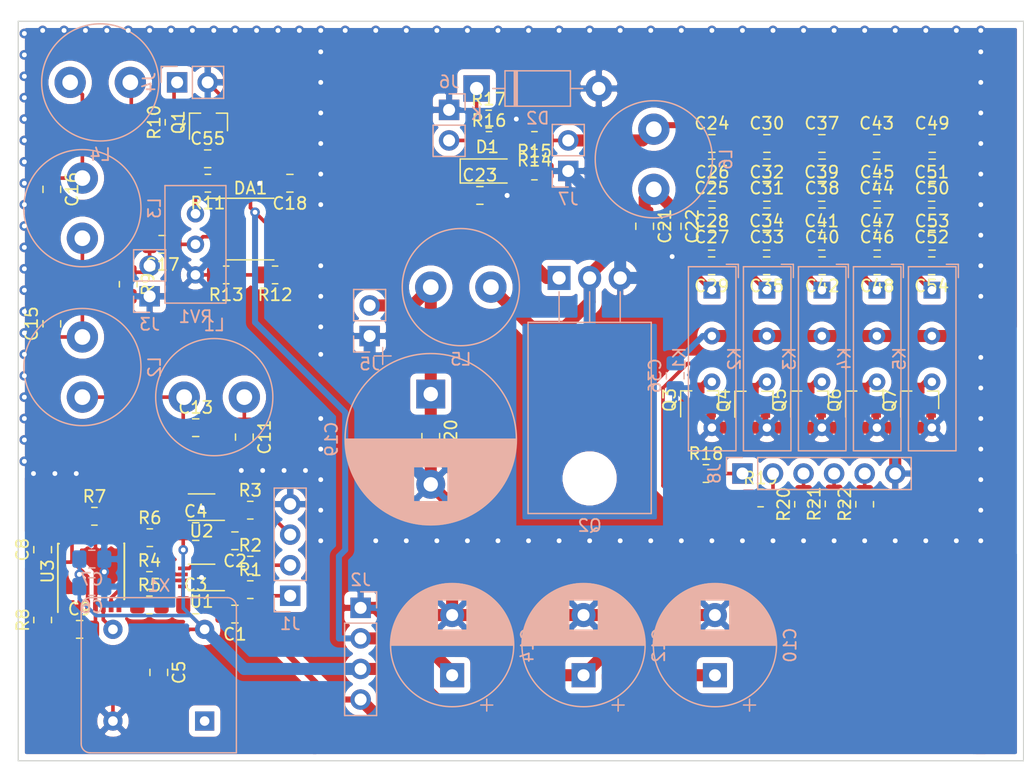
<source format=kicad_pcb>
(kicad_pcb (version 20171130) (host pcbnew 5.1.9-1.fc33)
  (layers (0 F.Cu signal) (31 B.Cu signal) (34 B.Paste user) (35 F.Paste user) (36 B.SilkS user) (37 F.SilkS user) (38 B.Mask user) (39 F.Mask user) (44 Edge.Cuts user))
  (net 0 "")
  (net 1 GND)
  (net 2 +3V3)
  (net 3 +5V)
  (net 4 "Net-(C8-Pad2)")
  (net 5 "Net-(C9-Pad1)")
  (net 6 "Net-(C11-Pad1)")
  (net 7 "Net-(C11-Pad2)")
  (net 8 "Net-(C13-Pad1)")
  (net 9 +12V)
  (net 10 "Net-(C15-Pad1)")
  (net 11 "Net-(C16-Pad1)")
  (net 12 "Net-(C17-Pad1)")
  (net 13 "Net-(C17-Pad2)")
  (net 14 ANT_3.5)
  (net 15 "Net-(C24-Pad2)")
  (net 16 "Net-(C25-Pad2)")
  (net 17 "Net-(C26-Pad2)")
  (net 18 "Net-(C27-Pad2)")
  (net 19 "Net-(C28-Pad2)")
  (net 20 "Net-(C30-Pad2)")
  (net 21 "Net-(C31-Pad2)")
  (net 22 "Net-(C33-Pad2)")
  (net 23 "Net-(C35-Pad2)")
  (net 24 "Net-(D1-Pad2)")
  (net 25 "Net-(D2-Pad1)")
  (net 26 "Net-(DA1-Pad2)")
  (net 27 "Net-(DA1-Pad6)")
  (net 28 "Net-(J1-Pad1)")
  (net 29 "Net-(J1-Pad2)")
  (net 30 "Net-(J1-Pad3)")
  (net 31 "Net-(J4-Pad1)")
  (net 32 "Net-(K1-Pad5)")
  (net 33 "Net-(K2-Pad5)")
  (net 34 "Net-(K3-Pad5)")
  (net 35 "Net-(K4-Pad5)")
  (net 36 "Net-(K5-Pad5)")
  (net 37 "Net-(Q3-Pad1)")
  (net 38 "Net-(Q4-Pad1)")
  (net 39 "Net-(Q5-Pad1)")
  (net 40 "Net-(Q6-Pad1)")
  (net 41 "Net-(Q7-Pad1)")
  (net 42 "Net-(R1-Pad1)")
  (net 43 "Net-(R2-Pad1)")
  (net 44 "Net-(R3-Pad1)")
  (net 45 "Net-(R4-Pad1)")
  (net 46 "Net-(R4-Pad2)")
  (net 47 "Net-(R5-Pad2)")
  (net 48 "Net-(R5-Pad1)")
  (net 49 "Net-(R6-Pad1)")
  (net 50 "Net-(R6-Pad2)")
  (net 51 "Net-(R8-Pad2)")
  (net 52 "Net-(U2-Pad6)")
  (net 53 "Net-(U3-Pad6)")
  (net 54 "Net-(X1-Pad1)")
  (net 55 "Net-(Q1-Pad1)")
  (net 56 "Net-(C19-Pad1)")
  (net 57 "Net-(C21-Pad2)")
  (net 58 "Net-(C21-Pad1)")
  (net 59 "Net-(C23-Pad1)")
  (net 60 "Net-(C29-Pad2)")
  (net 61 "Net-(C32-Pad2)")
  (net 62 "Net-(C34-Pad2)")
  (net 63 "Net-(C37-Pad2)")
  (net 64 "Net-(C38-Pad2)")
  (net 65 "Net-(C39-Pad2)")
  (net 66 "Net-(C40-Pad2)")
  (net 67 "Net-(C41-Pad2)")
  (net 68 "Net-(C42-Pad2)")
  (net 69 "Net-(C43-Pad2)")
  (net 70 "Net-(C44-Pad2)")
  (net 71 "Net-(C45-Pad2)")
  (net 72 "Net-(C46-Pad2)")
  (net 73 "Net-(C47-Pad2)")
  (net 74 "Net-(C48-Pad2)")
  (net 75 "Net-(C49-Pad2)")
  (net 76 "Net-(C50-Pad2)")
  (net 77 "Net-(C51-Pad2)")
  (net 78 "Net-(C52-Pad2)")
  (net 79 "Net-(C53-Pad2)")
  (net 80 "Net-(C54-Pad2)")
  (net 81 "Net-(J8-Pad5)")
  (net 82 "Net-(J8-Pad4)")
  (net 83 "Net-(J8-Pad3)")
  (net 84 "Net-(J8-Pad2)")
  (net 85 "Net-(J8-Pad1)")
  (net 86 "Net-(C55-Pad1)")
  (module Capacitor_THT:CP_Radial_D10.0mm_P5.00mm (layer B.Cu) (at 122.936 142.24 90)
    (fp_text reference C12 (at 2.5 6.25 90) (layer B.SilkS) (effects (justify mirror)))
    (fp_text value "470uF x 10V")
    (pad 2 thru_hole circle (at 5 0 90) (size 2 2) (drill 1) (layers *.Cu *.Mask) (net 1 GND))
    (pad 1 thru_hole rect (at 0 0 90) (size 2 2) (drill 1) (layers *.Cu *.Mask) (net 3 +5V))
  )
  (module Capacitor_SMD:C_0805_2012Metric_Pad1.18x1.45mm_HandSolder (layer F.Cu) (at 91.694 99.314)
    (fp_text reference C55 (at 0 -1.68) (layer F.SilkS))
    (fp_text value 10nF)
    (pad 2 smd roundrect (at 1.0375 0) (size 1.175 1.45) (layers F.Cu F.Paste F.Mask) (roundrect_rratio 0.2127659574468085) (net 1 GND))
    (pad 1 smd roundrect (at -1.0375 0) (size 1.175 1.45) (layers F.Cu F.Paste F.Mask) (roundrect_rratio 0.2127659574468085) (net 86 "Net-(C55-Pad1)"))
  )
  (module Inductor_THT:L_Radial_D9.5mm_P5.00mm_Fastron_07HVP (layer B.Cu) (at 110.236 109.982)
    (fp_text reference L5 (at 2.5 6) (layer B.SilkS) (effects (justify mirror)))
    (fp_text value 10uH)
    (pad 2 thru_hole circle (at 5 0) (size 2.6 2.6) (drill 1.3) (layers *.Cu *.Mask) (net 57 "Net-(C21-Pad2)"))
    (pad 1 thru_hole circle (at 0 0) (size 2.6 2.6) (drill 1.3) (layers *.Cu *.Mask) (net 56 "Net-(C19-Pad1)"))
  )
  (module Oscillator:Oscillator_DIP-8 (layer B.Cu) (at 91.44 146.05 180)
    (fp_text reference X1 (at 3.81 11.26) (layer B.SilkS) (effects (justify mirror)))
    (fp_text value 50MHz)
    (pad 4 thru_hole circle (at 7.62 0 180) (size 1.6 1.6) (drill 0.8) (layers *.Cu *.Mask) (net 1 GND))
    (pad 5 thru_hole circle (at 7.62 7.62 180) (size 1.6 1.6) (drill 0.8) (layers *.Cu *.Mask) (net 53 "Net-(U3-Pad6)"))
    (pad 8 thru_hole circle (at 0 7.62 180) (size 1.6 1.6) (drill 0.8) (layers *.Cu *.Mask) (net 3 +5V))
    (pad 1 thru_hole rect (at 0 0 180) (size 1.6 1.6) (drill 0.8) (layers *.Cu *.Mask) (net 54 "Net-(X1-Pad1)"))
  )
  (module Package_SO:SSOP-16_4.4x5.2mm_P0.65mm (layer F.Cu) (at 82.042 133.604 90)
    (fp_text reference U3 (at 0 -3.65 90) (layer F.SilkS))
    (fp_text value AD9835)
    (pad 16 smd rect (at 2.9 -2.275 90) (size 1 0.4) (layers F.Cu F.Paste F.Mask) (net 4 "Net-(C8-Pad2)"))
    (pad 15 smd rect (at 2.9 -1.625 90) (size 1 0.4) (layers F.Cu F.Paste F.Mask) (net 3 +5V))
    (pad 14 smd rect (at 2.9 -0.975 90) (size 1 0.4) (layers F.Cu F.Paste F.Mask) (net 7 "Net-(C11-Pad2)"))
    (pad 13 smd rect (at 2.9 -0.325 90) (size 1 0.4) (layers F.Cu F.Paste F.Mask) (net 1 GND))
    (pad 12 smd rect (at 2.9 0.325 90) (size 1 0.4) (layers F.Cu F.Paste F.Mask) (net 1 GND))
    (pad 11 smd rect (at 2.9 0.975 90) (size 1 0.4) (layers F.Cu F.Paste F.Mask) (net 1 GND))
    (pad 10 smd rect (at 2.9 1.625 90) (size 1 0.4) (layers F.Cu F.Paste F.Mask) (net 1 GND))
    (pad 9 smd rect (at 2.9 2.275 90) (size 1 0.4) (layers F.Cu F.Paste F.Mask) (net 49 "Net-(R6-Pad1)"))
    (pad 8 smd rect (at -2.9 2.275 90) (size 1 0.4) (layers F.Cu F.Paste F.Mask) (net 48 "Net-(R5-Pad1)"))
    (pad 7 smd rect (at -2.9 1.625 90) (size 1 0.4) (layers F.Cu F.Paste F.Mask) (net 45 "Net-(R4-Pad1)"))
    (pad 6 smd rect (at -2.9 0.975 90) (size 1 0.4) (layers F.Cu F.Paste F.Mask) (net 53 "Net-(U3-Pad6)"))
    (pad 5 smd rect (at -2.9 0.325 90) (size 1 0.4) (layers F.Cu F.Paste F.Mask) (net 1 GND))
    (pad 4 smd rect (at -2.9 -0.325 90) (size 1 0.4) (layers F.Cu F.Paste F.Mask) (net 3 +5V))
    (pad 3 smd rect (at -2.9 -0.975 90) (size 1 0.4) (layers F.Cu F.Paste F.Mask) (net 5 "Net-(C9-Pad1)"))
    (pad 2 smd rect (at -2.9 -1.625 90) (size 1 0.4) (layers F.Cu F.Paste F.Mask) (net 5 "Net-(C9-Pad1)"))
    (pad 1 smd rect (at -2.9 -2.275 90) (size 1 0.4) (layers F.Cu F.Paste F.Mask) (net 51 "Net-(R8-Pad2)"))
  )
  (module Package_SO:VSSOP-8_2.3x2mm_P0.5mm (layer F.Cu) (at 91.186 128.27 180)
    (fp_text reference U2 (at 0 -2) (layer F.SilkS))
    (fp_text value 74LVC2T45DC)
    (pad 8 smd rect (at 1.55 -0.75 90) (size 0.3 0.8) (layers F.Cu F.Paste F.Mask) (net 3 +5V))
    (pad 7 smd rect (at 1.55 -0.25 90) (size 0.3 0.8) (layers F.Cu F.Paste F.Mask) (net 50 "Net-(R6-Pad2)"))
    (pad 6 smd rect (at 1.55 0.25 90) (size 0.3 0.8) (layers F.Cu F.Paste F.Mask) (net 52 "Net-(U2-Pad6)"))
    (pad 5 smd rect (at 1.55 0.75 90) (size 0.3 0.8) (layers F.Cu F.Paste F.Mask) (net 2 +3V3))
    (pad 4 smd rect (at -1.55 0.75 90) (size 0.3 0.8) (layers F.Cu F.Paste F.Mask) (net 1 GND))
    (pad 3 smd rect (at -1.55 0.25 90) (size 0.3 0.8) (layers F.Cu F.Paste F.Mask) (net 1 GND))
    (pad 2 smd rect (at -1.55 -0.25 90) (size 0.3 0.8) (layers F.Cu F.Paste F.Mask) (net 44 "Net-(R3-Pad1)"))
    (pad 1 smd rect (at -1.55 -0.75 90) (size 0.3 0.8) (layers F.Cu F.Paste F.Mask) (net 2 +3V3))
  )
  (module Package_SO:VSSOP-8_2.3x2mm_P0.5mm (layer F.Cu) (at 91.186 134.112 180)
    (fp_text reference U1 (at 0 -2) (layer F.SilkS))
    (fp_text value 74LVC2T45DC)
    (pad 8 smd rect (at 1.55 -0.75 90) (size 0.3 0.8) (layers F.Cu F.Paste F.Mask) (net 3 +5V))
    (pad 7 smd rect (at 1.55 -0.25 90) (size 0.3 0.8) (layers F.Cu F.Paste F.Mask) (net 46 "Net-(R4-Pad2)"))
    (pad 6 smd rect (at 1.55 0.25 90) (size 0.3 0.8) (layers F.Cu F.Paste F.Mask) (net 47 "Net-(R5-Pad2)"))
    (pad 5 smd rect (at 1.55 0.75 90) (size 0.3 0.8) (layers F.Cu F.Paste F.Mask) (net 2 +3V3))
    (pad 4 smd rect (at -1.55 0.75 90) (size 0.3 0.8) (layers F.Cu F.Paste F.Mask) (net 1 GND))
    (pad 3 smd rect (at -1.55 0.25 90) (size 0.3 0.8) (layers F.Cu F.Paste F.Mask) (net 43 "Net-(R2-Pad1)"))
    (pad 2 smd rect (at -1.55 -0.25 90) (size 0.3 0.8) (layers F.Cu F.Paste F.Mask) (net 42 "Net-(R1-Pad1)"))
    (pad 1 smd rect (at -1.55 -0.75 90) (size 0.3 0.8) (layers F.Cu F.Paste F.Mask) (net 2 +3V3))
  )
  (module Potentiometer_THT:Potentiometer_Bourns_3386C_Horizontal (layer B.Cu) (at 90.678 108.966)
    (fp_text reference RV1 (at 0 3.475) (layer B.SilkS) (effects (justify mirror)))
    (fp_text value 20k)
    (pad 1 thru_hole circle (at 0 0) (size 1.44 1.44) (drill 0.8) (layers *.Cu *.Mask) (net 1 GND))
    (pad 2 thru_hole circle (at 0 -2.54) (size 1.44 1.44) (drill 0.8) (layers *.Cu *.Mask) (net 12 "Net-(C17-Pad1)"))
    (pad 3 thru_hole circle (at 0 -5.08) (size 1.44 1.44) (drill 0.8) (layers *.Cu *.Mask) (net 86 "Net-(C55-Pad1)"))
  )
  (module Resistor_SMD:R_0805_2012Metric_Pad1.20x1.40mm_HandSolder (layer F.Cu) (at 146.304 128.032 90)
    (fp_text reference R22 (at 0 -1.65 90) (layer F.SilkS))
    (fp_text value 100)
    (pad 2 smd roundrect (at 1 0 90) (size 1.2 1.4) (layers F.Cu F.Paste F.Mask) (roundrect_rratio 0.2083325) (net 81 "Net-(J8-Pad5)"))
    (pad 1 smd roundrect (at -1 0 90) (size 1.2 1.4) (layers F.Cu F.Paste F.Mask) (roundrect_rratio 0.2083325) (net 41 "Net-(Q7-Pad1)"))
  )
  (module Resistor_SMD:R_0805_2012Metric_Pad1.20x1.40mm_HandSolder (layer F.Cu) (at 143.764 128 90)
    (fp_text reference R21 (at 0 -1.65 90) (layer F.SilkS))
    (fp_text value 100)
    (pad 2 smd roundrect (at 1 0 90) (size 1.2 1.4) (layers F.Cu F.Paste F.Mask) (roundrect_rratio 0.2083325) (net 82 "Net-(J8-Pad4)"))
    (pad 1 smd roundrect (at -1 0 90) (size 1.2 1.4) (layers F.Cu F.Paste F.Mask) (roundrect_rratio 0.2083325) (net 40 "Net-(Q6-Pad1)"))
  )
  (module Resistor_SMD:R_0805_2012Metric_Pad1.20x1.40mm_HandSolder (layer F.Cu) (at 141.224 128.032 90)
    (fp_text reference R20 (at 0 -1.65 90) (layer F.SilkS))
    (fp_text value 100)
    (pad 2 smd roundrect (at 1 0 90) (size 1.2 1.4) (layers F.Cu F.Paste F.Mask) (roundrect_rratio 0.2083325) (net 83 "Net-(J8-Pad3)"))
    (pad 1 smd roundrect (at -1 0 90) (size 1.2 1.4) (layers F.Cu F.Paste F.Mask) (roundrect_rratio 0.2083325) (net 39 "Net-(Q5-Pad1)"))
  )
  (module Resistor_SMD:R_0805_2012Metric_Pad1.20x1.40mm_HandSolder (layer F.Cu) (at 137.652 127.508)
    (fp_text reference R19 (at 0 -1.65) (layer F.SilkS))
    (fp_text value 100)
    (pad 2 smd roundrect (at 1 0) (size 1.2 1.4) (layers F.Cu F.Paste F.Mask) (roundrect_rratio 0.2083325) (net 84 "Net-(J8-Pad2)"))
    (pad 1 smd roundrect (at -1 0) (size 1.2 1.4) (layers F.Cu F.Paste F.Mask) (roundrect_rratio 0.2083325) (net 38 "Net-(Q4-Pad1)"))
  )
  (module Resistor_SMD:R_0805_2012Metric_Pad1.20x1.40mm_HandSolder (layer F.Cu) (at 133.112 125.476)
    (fp_text reference R18 (at 0 -1.65) (layer F.SilkS))
    (fp_text value 100)
    (pad 2 smd roundrect (at 1 0) (size 1.2 1.4) (layers F.Cu F.Paste F.Mask) (roundrect_rratio 0.2083325) (net 85 "Net-(J8-Pad1)"))
    (pad 1 smd roundrect (at -1 0) (size 1.2 1.4) (layers F.Cu F.Paste F.Mask) (roundrect_rratio 0.2083325) (net 37 "Net-(Q3-Pad1)"))
  )
  (module Resistor_SMD:R_0805_2012Metric_Pad1.20x1.40mm_HandSolder (layer F.Cu) (at 115.046 96.012)
    (fp_text reference R17 (at 0 -1.65) (layer F.SilkS))
    (fp_text value 10k)
    (pad 2 smd roundrect (at 1 0) (size 1.2 1.4) (layers F.Cu F.Paste F.Mask) (roundrect_rratio 0.2083325) (net 1 GND))
    (pad 1 smd roundrect (at -1 0) (size 1.2 1.4) (layers F.Cu F.Paste F.Mask) (roundrect_rratio 0.2083325) (net 25 "Net-(D2-Pad1)"))
  )
  (module Resistor_SMD:R_0805_2012Metric_Pad1.20x1.40mm_HandSolder (layer F.Cu) (at 115.078 97.79)
    (fp_text reference R16 (at 0 -1.65) (layer F.SilkS))
    (fp_text value 39k)
    (pad 2 smd roundrect (at 1 0) (size 1.2 1.4) (layers F.Cu F.Paste F.Mask) (roundrect_rratio 0.2083325) (net 59 "Net-(C23-Pad1)"))
    (pad 1 smd roundrect (at -1 0) (size 1.2 1.4) (layers F.Cu F.Paste F.Mask) (roundrect_rratio 0.2083325) (net 25 "Net-(D2-Pad1)"))
  )
  (module Resistor_SMD:R_0805_2012Metric_Pad1.20x1.40mm_HandSolder (layer F.Cu) (at 118.856 100.33)
    (fp_text reference R15 (at 0 -1.65) (layer F.SilkS))
    (fp_text value 11k)
    (pad 2 smd roundrect (at 1 0) (size 1.2 1.4) (layers F.Cu F.Paste F.Mask) (roundrect_rratio 0.2083325) (net 1 GND))
    (pad 1 smd roundrect (at -1 0) (size 1.2 1.4) (layers F.Cu F.Paste F.Mask) (roundrect_rratio 0.2083325) (net 24 "Net-(D1-Pad2)"))
  )
  (module Resistor_SMD:R_0805_2012Metric_Pad1.20x1.40mm_HandSolder (layer F.Cu) (at 118.856 97.79 180)
    (fp_text reference R14 (at 0 -1.65) (layer F.SilkS))
    (fp_text value 220k)
    (pad 2 smd roundrect (at 1 0 180) (size 1.2 1.4) (layers F.Cu F.Paste F.Mask) (roundrect_rratio 0.2083325) (net 24 "Net-(D1-Pad2)"))
    (pad 1 smd roundrect (at -1 0 180) (size 1.2 1.4) (layers F.Cu F.Paste F.Mask) (roundrect_rratio 0.2083325) (net 14 ANT_3.5))
  )
  (module Resistor_SMD:R_0805_2012Metric_Pad1.20x1.40mm_HandSolder (layer F.Cu) (at 93.234 108.966 180)
    (fp_text reference R13 (at 0 -1.65) (layer F.SilkS))
    (fp_text value 2k)
    (pad 2 smd roundrect (at 1 0 180) (size 1.2 1.4) (layers F.Cu F.Paste F.Mask) (roundrect_rratio 0.2083325) (net 1 GND))
    (pad 1 smd roundrect (at -1 0 180) (size 1.2 1.4) (layers F.Cu F.Paste F.Mask) (roundrect_rratio 0.2083325) (net 26 "Net-(DA1-Pad2)"))
  )
  (module Resistor_SMD:R_0805_2012Metric_Pad1.20x1.40mm_HandSolder (layer F.Cu) (at 97.298 108.966 180)
    (fp_text reference R12 (at 0 -1.65) (layer F.SilkS))
    (fp_text value 3.9k)
    (pad 2 smd roundrect (at 1 0 180) (size 1.2 1.4) (layers F.Cu F.Paste F.Mask) (roundrect_rratio 0.2083325) (net 26 "Net-(DA1-Pad2)"))
    (pad 1 smd roundrect (at -1 0 180) (size 1.2 1.4) (layers F.Cu F.Paste F.Mask) (roundrect_rratio 0.2083325) (net 27 "Net-(DA1-Pad6)"))
  )
  (module Resistor_SMD:R_0805_2012Metric_Pad1.20x1.40mm_HandSolder (layer F.Cu) (at 91.71 101.346 180)
    (fp_text reference R11 (at 0 -1.65) (layer F.SilkS))
    (fp_text value 56k)
    (pad 2 smd roundrect (at 1 0 180) (size 1.2 1.4) (layers F.Cu F.Paste F.Mask) (roundrect_rratio 0.2083325) (net 86 "Net-(C55-Pad1)"))
    (pad 1 smd roundrect (at -1 0 180) (size 1.2 1.4) (layers F.Cu F.Paste F.Mask) (roundrect_rratio 0.2083325) (net 9 +12V))
  )
  (module Resistor_SMD:R_0805_2012Metric_Pad1.20x1.40mm_HandSolder (layer F.Cu) (at 88.9 96.282 90)
    (fp_text reference R10 (at 0 -1.65 90) (layer F.SilkS))
    (fp_text value 100)
    (pad 2 smd roundrect (at 1 0 90) (size 1.2 1.4) (layers F.Cu F.Paste F.Mask) (roundrect_rratio 0.2083325) (net 31 "Net-(J4-Pad1)"))
    (pad 1 smd roundrect (at -1 0 90) (size 1.2 1.4) (layers F.Cu F.Paste F.Mask) (roundrect_rratio 0.2083325) (net 55 "Net-(Q1-Pad1)"))
  )
  (module Resistor_SMD:R_0805_2012Metric_Pad1.20x1.40mm_HandSolder (layer F.Cu) (at 85.09 109.744 270)
    (fp_text reference R9 (at 0 -1.65 90) (layer F.SilkS))
    (fp_text value 4.7k)
    (pad 2 smd roundrect (at 1 0 270) (size 1.2 1.4) (layers F.Cu F.Paste F.Mask) (roundrect_rratio 0.2083325) (net 1 GND))
    (pad 1 smd roundrect (at -1 0 270) (size 1.2 1.4) (layers F.Cu F.Paste F.Mask) (roundrect_rratio 0.2083325) (net 13 "Net-(C17-Pad2)"))
  )
  (module Resistor_SMD:R_0805_2012Metric_Pad1.20x1.40mm_HandSolder (layer F.Cu) (at 77.978 137.652 90)
    (fp_text reference R8 (at 0 -1.65 90) (layer F.SilkS))
    (fp_text value 3.9k)
    (pad 2 smd roundrect (at 1 0 90) (size 1.2 1.4) (layers F.Cu F.Paste F.Mask) (roundrect_rratio 0.2083325) (net 51 "Net-(R8-Pad2)"))
    (pad 1 smd roundrect (at -1 0 90) (size 1.2 1.4) (layers F.Cu F.Paste F.Mask) (roundrect_rratio 0.2083325) (net 1 GND))
  )
  (module Resistor_SMD:R_0805_2012Metric_Pad1.20x1.40mm_HandSolder (layer F.Cu) (at 82.28 129.032)
    (fp_text reference R7 (at 0 -1.65) (layer F.SilkS))
    (fp_text value 300)
    (pad 2 smd roundrect (at 1 0) (size 1.2 1.4) (layers F.Cu F.Paste F.Mask) (roundrect_rratio 0.2083325) (net 1 GND))
    (pad 1 smd roundrect (at -1 0) (size 1.2 1.4) (layers F.Cu F.Paste F.Mask) (roundrect_rratio 0.2083325) (net 7 "Net-(C11-Pad2)"))
  )
  (module Resistor_SMD:R_0805_2012Metric_Pad1.20x1.40mm_HandSolder (layer F.Cu) (at 86.884 130.81)
    (fp_text reference R6 (at 0 -1.65) (layer F.SilkS))
    (fp_text value 100)
    (pad 2 smd roundrect (at 1 0) (size 1.2 1.4) (layers F.Cu F.Paste F.Mask) (roundrect_rratio 0.2083325) (net 50 "Net-(R6-Pad2)"))
    (pad 1 smd roundrect (at -1 0) (size 1.2 1.4) (layers F.Cu F.Paste F.Mask) (roundrect_rratio 0.2083325) (net 49 "Net-(R6-Pad1)"))
  )
  (module Resistor_SMD:R_0805_2012Metric_Pad1.20x1.40mm_HandSolder (layer F.Cu) (at 86.852 136.398)
    (fp_text reference R5 (at 0 -1.65) (layer F.SilkS))
    (fp_text value 100)
    (pad 2 smd roundrect (at 1 0) (size 1.2 1.4) (layers F.Cu F.Paste F.Mask) (roundrect_rratio 0.2083325) (net 47 "Net-(R5-Pad2)"))
    (pad 1 smd roundrect (at -1 0) (size 1.2 1.4) (layers F.Cu F.Paste F.Mask) (roundrect_rratio 0.2083325) (net 48 "Net-(R5-Pad1)"))
  )
  (module Resistor_SMD:R_0805_2012Metric_Pad1.20x1.40mm_HandSolder (layer F.Cu) (at 86.852 134.366)
    (fp_text reference R4 (at 0 -1.65) (layer F.SilkS))
    (fp_text value 100)
    (pad 2 smd roundrect (at 1 0) (size 1.2 1.4) (layers F.Cu F.Paste F.Mask) (roundrect_rratio 0.2083325) (net 46 "Net-(R4-Pad2)"))
    (pad 1 smd roundrect (at -1 0) (size 1.2 1.4) (layers F.Cu F.Paste F.Mask) (roundrect_rratio 0.2083325) (net 45 "Net-(R4-Pad1)"))
  )
  (module Resistor_SMD:R_0805_2012Metric_Pad1.20x1.40mm_HandSolder (layer F.Cu) (at 95.234 128.524)
    (fp_text reference R3 (at 0 -1.65) (layer F.SilkS))
    (fp_text value 100)
    (pad 2 smd roundrect (at 1 0) (size 1.2 1.4) (layers F.Cu F.Paste F.Mask) (roundrect_rratio 0.2083325) (net 30 "Net-(J1-Pad3)"))
    (pad 1 smd roundrect (at -1 0) (size 1.2 1.4) (layers F.Cu F.Paste F.Mask) (roundrect_rratio 0.2083325) (net 44 "Net-(R3-Pad1)"))
  )
  (module Resistor_SMD:R_0805_2012Metric_Pad1.20x1.40mm_HandSolder (layer F.Cu) (at 95.234 133.096)
    (fp_text reference R2 (at 0 -1.65) (layer F.SilkS))
    (fp_text value 100)
    (pad 1 smd roundrect (at -1 0) (size 1.2 1.4) (layers F.Cu F.Paste F.Mask) (roundrect_rratio 0.2083325) (net 43 "Net-(R2-Pad1)"))
    (pad 2 smd roundrect (at 1 0) (size 1.2 1.4) (layers F.Cu F.Paste F.Mask) (roundrect_rratio 0.2083325) (net 29 "Net-(J1-Pad2)"))
  )
  (module Resistor_SMD:R_0805_2012Metric_Pad1.20x1.40mm_HandSolder (layer F.Cu) (at 95.234 135.128)
    (fp_text reference R1 (at 0 -1.65) (layer F.SilkS))
    (fp_text value 100)
    (pad 2 smd roundrect (at 1 0) (size 1.2 1.4) (layers F.Cu F.Paste F.Mask) (roundrect_rratio 0.2083325) (net 28 "Net-(J1-Pad1)"))
    (pad 1 smd roundrect (at -1 0) (size 1.2 1.4) (layers F.Cu F.Paste F.Mask) (roundrect_rratio 0.2083325) (net 42 "Net-(R1-Pad1)"))
  )
  (module Package_TO_SOT_SMD:SOT-23 (layer F.Cu) (at 150.876 119.38 90)
    (fp_text reference Q7 (at 0 -2.5 90) (layer F.SilkS))
    (fp_text value IRLML2502)
    (pad 3 smd rect (at 1 0 90) (size 0.9 0.8) (layers F.Cu F.Paste F.Mask) (net 36 "Net-(K5-Pad5)"))
    (pad 2 smd rect (at -1 0.95 90) (size 0.9 0.8) (layers F.Cu F.Paste F.Mask) (net 1 GND))
    (pad 1 smd rect (at -1 -0.95 90) (size 0.9 0.8) (layers F.Cu F.Paste F.Mask) (net 41 "Net-(Q7-Pad1)"))
  )
  (module Package_TO_SOT_SMD:SOT-23 (layer F.Cu) (at 146.304 119.38 90)
    (fp_text reference Q6 (at 0 -2.5 90) (layer F.SilkS))
    (fp_text value IRLML2502)
    (pad 3 smd rect (at 1 0 90) (size 0.9 0.8) (layers F.Cu F.Paste F.Mask) (net 35 "Net-(K4-Pad5)"))
    (pad 2 smd rect (at -1 0.95 90) (size 0.9 0.8) (layers F.Cu F.Paste F.Mask) (net 1 GND))
    (pad 1 smd rect (at -1 -0.95 90) (size 0.9 0.8) (layers F.Cu F.Paste F.Mask) (net 40 "Net-(Q6-Pad1)"))
  )
  (module Package_TO_SOT_SMD:SOT-23 (layer F.Cu) (at 141.732 119.38 90)
    (fp_text reference Q5 (at 0 -2.5 90) (layer F.SilkS))
    (fp_text value IRLML2502)
    (pad 3 smd rect (at 1 0 90) (size 0.9 0.8) (layers F.Cu F.Paste F.Mask) (net 34 "Net-(K3-Pad5)"))
    (pad 2 smd rect (at -1 0.95 90) (size 0.9 0.8) (layers F.Cu F.Paste F.Mask) (net 1 GND))
    (pad 1 smd rect (at -1 -0.95 90) (size 0.9 0.8) (layers F.Cu F.Paste F.Mask) (net 39 "Net-(Q5-Pad1)"))
  )
  (module Package_TO_SOT_SMD:SOT-23 (layer F.Cu) (at 137.094 119.396 90)
    (fp_text reference Q4 (at 0 -2.5 90) (layer F.SilkS))
    (fp_text value IRLML2502)
    (pad 3 smd rect (at 1 0 90) (size 0.9 0.8) (layers F.Cu F.Paste F.Mask) (net 33 "Net-(K2-Pad5)"))
    (pad 2 smd rect (at -1 0.95 90) (size 0.9 0.8) (layers F.Cu F.Paste F.Mask) (net 1 GND))
    (pad 1 smd rect (at -1 -0.95 90) (size 0.9 0.8) (layers F.Cu F.Paste F.Mask) (net 38 "Net-(Q4-Pad1)"))
  )
  (module Package_TO_SOT_SMD:SOT-23 (layer F.Cu) (at 132.588 119.364 90)
    (fp_text reference Q3 (at 0 -2.5 90) (layer F.SilkS))
    (fp_text value IRLML2502)
    (pad 3 smd rect (at 1 0 90) (size 0.9 0.8) (layers F.Cu F.Paste F.Mask) (net 32 "Net-(K1-Pad5)"))
    (pad 2 smd rect (at -1 0.95 90) (size 0.9 0.8) (layers F.Cu F.Paste F.Mask) (net 1 GND))
    (pad 1 smd rect (at -1 -0.95 90) (size 0.9 0.8) (layers F.Cu F.Paste F.Mask) (net 37 "Net-(Q3-Pad1)"))
  )
  (module Package_TO_SOT_THT:TO-220-3_Horizontal_TabDown (layer B.Cu) (at 120.904 109.22)
    (fp_text reference Q2 (at 2.54 20.58) (layer B.SilkS) (effects (justify mirror)))
    (fp_text value IRF610)
    (pad 3 thru_hole oval (at 5.08 0) (size 1.905 2) (drill 1.1) (layers *.Cu *.Mask) (net 1 GND))
    (pad 2 thru_hole oval (at 2.54 0) (size 1.905 2) (drill 1.1) (layers *.Cu *.Mask) (net 57 "Net-(C21-Pad2)"))
    (pad 1 thru_hole rect (at 0 0) (size 1.905 2) (drill 1.1) (layers *.Cu *.Mask) (net 27 "Net-(DA1-Pad6)"))
    (pad "" np_thru_hole oval (at 2.54 16.66) (size 3.5 3.5) (drill 3.5) (layers *.Cu *.Mask))
  )
  (module Package_TO_SOT_SMD:SOT-23 (layer F.Cu) (at 91.76 96.282 90)
    (fp_text reference Q1 (at 0 -2.5 90) (layer F.SilkS))
    (fp_text value BSS138)
    (pad 3 smd rect (at 1 0 90) (size 0.9 0.8) (layers F.Cu F.Paste F.Mask) (net 86 "Net-(C55-Pad1)"))
    (pad 2 smd rect (at -1 0.95 90) (size 0.9 0.8) (layers F.Cu F.Paste F.Mask) (net 1 GND))
    (pad 1 smd rect (at -1 -0.95 90) (size 0.9 0.8) (layers F.Cu F.Paste F.Mask) (net 55 "Net-(Q1-Pad1)"))
  )
  (module Inductor_THT:L_Radial_D9.5mm_P5.00mm_Fastron_07HVP (layer B.Cu) (at 128.778 101.854 90)
    (fp_text reference L6 (at 2.5 6 -90) (layer B.SilkS) (effects (justify mirror)))
    (fp_text value 21uH)
    (pad 2 thru_hole circle (at 5 0 90) (size 2.6 2.6) (drill 1.3) (layers *.Cu *.Mask) (net 14 ANT_3.5))
    (pad 1 thru_hole circle (at 0 0 90) (size 2.6 2.6) (drill 1.3) (layers *.Cu *.Mask) (net 58 "Net-(C21-Pad1)"))
  )
  (module Inductor_THT:L_Radial_D9.5mm_P5.00mm_Fastron_07HVP (layer B.Cu) (at 80.264 92.964)
    (fp_text reference L4 (at 2.5 6) (layer B.SilkS) (effects (justify mirror)))
    (fp_text value 3.3uH)
    (pad 2 thru_hole circle (at 5 0) (size 2.6 2.6) (drill 1.3) (layers *.Cu *.Mask) (net 13 "Net-(C17-Pad2)"))
    (pad 1 thru_hole circle (at 0 0) (size 2.6 2.6) (drill 1.3) (layers *.Cu *.Mask) (net 11 "Net-(C16-Pad1)"))
  )
  (module Inductor_THT:L_Radial_D9.5mm_P5.00mm_Fastron_07HVP (layer B.Cu) (at 81.28 105.918 90)
    (fp_text reference L3 (at 2.5 6 90) (layer B.SilkS) (effects (justify mirror)))
    (fp_text value 4.7uH)
    (pad 2 thru_hole circle (at 5 0 90) (size 2.6 2.6) (drill 1.3) (layers *.Cu *.Mask) (net 11 "Net-(C16-Pad1)"))
    (pad 1 thru_hole circle (at 0 0 90) (size 2.6 2.6) (drill 1.3) (layers *.Cu *.Mask) (net 10 "Net-(C15-Pad1)"))
  )
  (module Inductor_THT:L_Radial_D9.5mm_P5.00mm_Fastron_07HVP (layer B.Cu) (at 81.28 119.126 90)
    (fp_text reference L2 (at 2.5 6 270) (layer B.SilkS) (effects (justify mirror)))
    (fp_text value 4.7uH)
    (pad 2 thru_hole circle (at 5 0 90) (size 2.6 2.6) (drill 1.3) (layers *.Cu *.Mask) (net 10 "Net-(C15-Pad1)"))
    (pad 1 thru_hole circle (at 0 0 90) (size 2.6 2.6) (drill 1.3) (layers *.Cu *.Mask) (net 8 "Net-(C13-Pad1)"))
  )
  (module Inductor_THT:L_Radial_D9.5mm_P5.00mm_Fastron_07HVP (layer B.Cu) (at 94.742 119.126 180)
    (fp_text reference L1 (at 2.5 6) (layer B.SilkS) (effects (justify mirror)))
    (fp_text value 3.3uH)
    (pad 2 thru_hole circle (at 5 0 180) (size 2.6 2.6) (drill 1.3) (layers *.Cu *.Mask) (net 8 "Net-(C13-Pad1)"))
    (pad 1 thru_hole circle (at 0 0 180) (size 2.6 2.6) (drill 1.3) (layers *.Cu *.Mask) (net 6 "Net-(C11-Pad1)"))
  )
  (module Relay_THT:Relay_SPST_StandexMeder_MS_Form1AB (layer B.Cu) (at 151.892 110.236 270)
    (fp_text reference K5 (at 5.7 2.7 90) (layer B.SilkS) (effects (justify mirror)))
    (fp_text value EDR101A0500)
    (pad 1 thru_hole rect (at 0 0 270) (size 1.4 1.4) (drill 0.7) (layers *.Cu *.Mask) (net 80 "Net-(C54-Pad2)"))
    (pad 3 thru_hole circle (at 3.81 0 270) (size 1.4 1.4) (drill 0.7) (layers *.Cu *.Mask) (net 3 +5V))
    (pad 5 thru_hole circle (at 7.62 0 270) (size 1.4 1.4) (drill 0.7) (layers *.Cu *.Mask) (net 36 "Net-(K5-Pad5)"))
    (pad 7 thru_hole circle (at 11.43 0 270) (size 1.4 1.4) (drill 0.7) (layers *.Cu *.Mask) (net 1 GND))
  )
  (module Relay_THT:Relay_SPST_StandexMeder_MS_Form1AB (layer B.Cu) (at 147.32 110.236 270)
    (fp_text reference K4 (at 5.7 2.7 90) (layer B.SilkS) (effects (justify mirror)))
    (fp_text value EDR101A0500)
    (pad 1 thru_hole rect (at 0 0 270) (size 1.4 1.4) (drill 0.7) (layers *.Cu *.Mask) (net 74 "Net-(C48-Pad2)"))
    (pad 3 thru_hole circle (at 3.81 0 270) (size 1.4 1.4) (drill 0.7) (layers *.Cu *.Mask) (net 3 +5V))
    (pad 5 thru_hole circle (at 7.62 0 270) (size 1.4 1.4) (drill 0.7) (layers *.Cu *.Mask) (net 35 "Net-(K4-Pad5)"))
    (pad 7 thru_hole circle (at 11.43 0 270) (size 1.4 1.4) (drill 0.7) (layers *.Cu *.Mask) (net 1 GND))
  )
  (module Relay_THT:Relay_SPST_StandexMeder_MS_Form1AB (layer B.Cu) (at 142.748 110.236 270)
    (fp_text reference K3 (at 5.7 2.7 90) (layer B.SilkS) (effects (justify mirror)))
    (fp_text value EDR101A0500)
    (pad 1 thru_hole rect (at 0 0 270) (size 1.4 1.4) (drill 0.7) (layers *.Cu *.Mask) (net 68 "Net-(C42-Pad2)"))
    (pad 3 thru_hole circle (at 3.81 0 270) (size 1.4 1.4) (drill 0.7) (layers *.Cu *.Mask) (net 3 +5V))
    (pad 5 thru_hole circle (at 7.62 0 270) (size 1.4 1.4) (drill 0.7) (layers *.Cu *.Mask) (net 34 "Net-(K3-Pad5)"))
    (pad 7 thru_hole circle (at 11.43 0 270) (size 1.4 1.4) (drill 0.7) (layers *.Cu *.Mask) (net 1 GND))
  )
  (module Relay_THT:Relay_SPST_StandexMeder_MS_Form1AB (layer B.Cu) (at 138.176 110.236 270)
    (fp_text reference K2 (at 5.7 2.7 270) (layer B.SilkS) (effects (justify mirror)))
    (fp_text value EDR101A0500)
    (pad 1 thru_hole rect (at 0 0 270) (size 1.4 1.4) (drill 0.7) (layers *.Cu *.Mask) (net 23 "Net-(C35-Pad2)"))
    (pad 3 thru_hole circle (at 3.81 0 270) (size 1.4 1.4) (drill 0.7) (layers *.Cu *.Mask) (net 3 +5V))
    (pad 5 thru_hole circle (at 7.62 0 270) (size 1.4 1.4) (drill 0.7) (layers *.Cu *.Mask) (net 33 "Net-(K2-Pad5)"))
    (pad 7 thru_hole circle (at 11.43 0 270) (size 1.4 1.4) (drill 0.7) (layers *.Cu *.Mask) (net 1 GND))
  )
  (module Relay_THT:Relay_SPST_StandexMeder_MS_Form1AB (layer B.Cu) (at 133.604 110.236 270)
    (fp_text reference K1 (at 5.7 2.7 270) (layer B.SilkS) (effects (justify mirror)))
    (fp_text value EDR101A0500)
    (pad 1 thru_hole rect (at 0 0 270) (size 1.4 1.4) (drill 0.7) (layers *.Cu *.Mask) (net 60 "Net-(C29-Pad2)"))
    (pad 3 thru_hole circle (at 3.81 0 270) (size 1.4 1.4) (drill 0.7) (layers *.Cu *.Mask) (net 3 +5V))
    (pad 5 thru_hole circle (at 7.62 0 270) (size 1.4 1.4) (drill 0.7) (layers *.Cu *.Mask) (net 32 "Net-(K1-Pad5)"))
    (pad 7 thru_hole circle (at 11.43 0 270) (size 1.4 1.4) (drill 0.7) (layers *.Cu *.Mask) (net 1 GND))
  )
  (module Connector_PinHeader_2.54mm:PinHeader_1x06_P2.54mm_Vertical (layer B.Cu) (at 136.144 125.476 270)
    (fp_text reference J8 (at 0 2.33 90) (layer B.SilkS) (effects (justify mirror)))
    (fp_text value Conn_01x06_Male)
    (pad 6 thru_hole oval (at 0 -12.7 270) (size 1.7 1.7) (drill 1) (layers *.Cu *.Mask) (net 1 GND))
    (pad 5 thru_hole oval (at 0 -10.16 270) (size 1.7 1.7) (drill 1) (layers *.Cu *.Mask) (net 81 "Net-(J8-Pad5)"))
    (pad 4 thru_hole oval (at 0 -7.62 270) (size 1.7 1.7) (drill 1) (layers *.Cu *.Mask) (net 82 "Net-(J8-Pad4)"))
    (pad 3 thru_hole oval (at 0 -5.08 270) (size 1.7 1.7) (drill 1) (layers *.Cu *.Mask) (net 83 "Net-(J8-Pad3)"))
    (pad 2 thru_hole oval (at 0 -2.54 270) (size 1.7 1.7) (drill 1) (layers *.Cu *.Mask) (net 84 "Net-(J8-Pad2)"))
    (pad 1 thru_hole rect (at 0 0 270) (size 1.7 1.7) (drill 1) (layers *.Cu *.Mask) (net 85 "Net-(J8-Pad1)"))
  )
  (module Connector_PinHeader_2.54mm:PinHeader_1x02_P2.54mm_Vertical (layer B.Cu) (at 121.666 100.33)
    (fp_text reference J7 (at 0 2.33) (layer B.SilkS) (effects (justify mirror)))
    (fp_text value Conn_01x02_Male)
    (pad 2 thru_hole oval (at 0 -2.54) (size 1.7 1.7) (drill 1) (layers *.Cu *.Mask) (net 14 ANT_3.5))
    (pad 1 thru_hole rect (at 0 0) (size 1.7 1.7) (drill 1) (layers *.Cu *.Mask) (net 1 GND))
  )
  (module Connector_PinHeader_2.54mm:PinHeader_1x02_P2.54mm_Vertical (layer B.Cu) (at 111.76 95.25 180)
    (fp_text reference J6 (at 0 2.33) (layer B.SilkS) (effects (justify mirror)))
    (fp_text value Conn_01x02_Male)
    (pad 2 thru_hole oval (at 0 -2.54 180) (size 1.7 1.7) (drill 1) (layers *.Cu *.Mask) (net 25 "Net-(D2-Pad1)"))
    (pad 1 thru_hole rect (at 0 0 180) (size 1.7 1.7) (drill 1) (layers *.Cu *.Mask) (net 1 GND))
  )
  (module Connector_PinHeader_2.54mm:PinHeader_1x02_P2.54mm_Vertical (layer B.Cu) (at 105.156 114.046)
    (fp_text reference J5 (at 0 2.33) (layer B.SilkS) (effects (justify mirror)))
    (fp_text value Conn_01x02_Male)
    (pad 2 thru_hole oval (at 0 -2.54) (size 1.7 1.7) (drill 1) (layers *.Cu *.Mask) (net 56 "Net-(C19-Pad1)"))
    (pad 1 thru_hole rect (at 0 0) (size 1.7 1.7) (drill 1) (layers *.Cu *.Mask) (net 1 GND))
  )
  (module Connector_PinHeader_2.54mm:PinHeader_1x02_P2.54mm_Vertical (layer B.Cu) (at 89.154 92.964 270)
    (fp_text reference J4 (at 0 2.33 270) (layer B.SilkS) (effects (justify mirror)))
    (fp_text value Conn_01x02_Male)
    (pad 2 thru_hole oval (at 0 -2.54 270) (size 1.7 1.7) (drill 1) (layers *.Cu *.Mask) (net 1 GND))
    (pad 1 thru_hole rect (at 0 0 270) (size 1.7 1.7) (drill 1) (layers *.Cu *.Mask) (net 31 "Net-(J4-Pad1)"))
  )
  (module Connector_PinHeader_2.54mm:PinHeader_1x02_P2.54mm_Vertical (layer B.Cu) (at 86.868 110.744)
    (fp_text reference J3 (at 0 2.33) (layer B.SilkS) (effects (justify mirror)))
    (fp_text value Conn_01x02_Male)
    (pad 2 thru_hole oval (at 0 -2.54) (size 1.7 1.7) (drill 1) (layers *.Cu *.Mask) (net 13 "Net-(C17-Pad2)"))
    (pad 1 thru_hole rect (at 0 0) (size 1.7 1.7) (drill 1) (layers *.Cu *.Mask) (net 1 GND))
  )
  (module Connector_PinHeader_2.54mm:PinHeader_1x04_P2.54mm_Vertical (layer B.Cu) (at 104.406 136.64 180)
    (fp_text reference J2 (at 0 2.33) (layer B.SilkS) (effects (justify mirror)))
    (fp_text value Conn_01x04_Male)
    (pad 4 thru_hole oval (at 0 -7.62 180) (size 1.7 1.7) (drill 1) (layers *.Cu *.Mask) (net 2 +3V3))
    (pad 3 thru_hole oval (at 0 -5.08 180) (size 1.7 1.7) (drill 1) (layers *.Cu *.Mask) (net 3 +5V))
    (pad 2 thru_hole oval (at 0 -2.54 180) (size 1.7 1.7) (drill 1) (layers *.Cu *.Mask) (net 9 +12V))
    (pad 1 thru_hole rect (at 0 0 180) (size 1.7 1.7) (drill 1) (layers *.Cu *.Mask) (net 1 GND))
  )
  (module Connector_PinHeader_2.54mm:PinHeader_1x04_P2.54mm_Vertical (layer B.Cu) (at 98.552 135.636)
    (fp_text reference J1 (at 0 2.33) (layer B.SilkS) (effects (justify mirror)))
    (fp_text value Conn_01x04_Male)
    (pad 4 thru_hole oval (at 0 -7.62) (size 1.7 1.7) (drill 1) (layers *.Cu *.Mask) (net 1 GND))
    (pad 3 thru_hole oval (at 0 -5.08) (size 1.7 1.7) (drill 1) (layers *.Cu *.Mask) (net 30 "Net-(J1-Pad3)"))
    (pad 2 thru_hole oval (at 0 -2.54) (size 1.7 1.7) (drill 1) (layers *.Cu *.Mask) (net 29 "Net-(J1-Pad2)"))
    (pad 1 thru_hole rect (at 0 0) (size 1.7 1.7) (drill 1) (layers *.Cu *.Mask) (net 28 "Net-(J1-Pad1)"))
  )
  (module Package_SO:SOIC-8_3.9x4.9mm_P1.27mm (layer F.Cu) (at 95.25 105.156)
    (fp_text reference DA1 (at 0 -3.4) (layer F.SilkS))
    (fp_text value AD825)
    (pad 8 smd roundrect (at 2.475 -1.905) (size 1.95 0.6) (layers F.Cu F.Paste F.Mask))
    (pad 7 smd roundrect (at 2.475 -0.635) (size 1.95 0.6) (layers F.Cu F.Paste F.Mask) (net 9 +12V))
    (pad 6 smd roundrect (at 2.475 0.635) (size 1.95 0.6) (layers F.Cu F.Paste F.Mask) (net 27 "Net-(DA1-Pad6)"))
    (pad 5 smd roundrect (at 2.475 1.905) (size 1.95 0.6) (layers F.Cu F.Paste F.Mask))
    (pad 4 smd roundrect (at -2.475 1.905) (size 1.95 0.6) (layers F.Cu F.Paste F.Mask) (net 1 GND))
    (pad 3 smd roundrect (at -2.475 0.635) (size 1.95 0.6) (layers F.Cu F.Paste F.Mask) (net 12 "Net-(C17-Pad1)"))
    (pad 2 smd roundrect (at -2.475 -0.635) (size 1.95 0.6) (layers F.Cu F.Paste F.Mask) (net 26 "Net-(DA1-Pad2)"))
    (pad 1 smd roundrect (at -2.475 -1.905) (size 1.95 0.6) (layers F.Cu F.Paste F.Mask))
  )
  (module Diode_THT:D_DO-41_SOD81_P10.16mm_Horizontal (layer B.Cu) (at 114.046 93.472)
    (fp_text reference D2 (at 5.08 2.47 180) (layer B.SilkS) (effects (justify mirror)))
    (fp_text value 1N4728A)
    (fp_text user K (at 0 2.1 180) (layer B.SilkS) (effects (justify mirror)))
    (pad 2 thru_hole oval (at 10.16 0) (size 2.2 2.2) (drill 1.1) (layers *.Cu *.Mask) (net 1 GND))
    (pad 1 thru_hole rect (at 0 0) (size 2.2 2.2) (drill 1.1) (layers *.Cu *.Mask) (net 25 "Net-(D2-Pad1)"))
  )
  (module Diode_SMD:D_SOD-123 (layer F.Cu) (at 114.934 100.33)
    (fp_text reference D1 (at 0 -2) (layer F.SilkS))
    (fp_text value 1N4148W)
    (pad 2 smd rect (at 1.65 0) (size 0.9 1.2) (layers F.Cu F.Paste F.Mask) (net 24 "Net-(D1-Pad2)"))
    (pad 1 smd rect (at -1.65 0) (size 0.9 1.2) (layers F.Cu F.Paste F.Mask) (net 59 "Net-(C23-Pad1)"))
  )
  (module Capacitor_SMD:C_0805_2012Metric_Pad1.18x1.45mm_HandSolder (layer F.Cu) (at 151.8705 108.204 180)
    (fp_text reference C54 (at 0 -1.68) (layer F.SilkS))
    (fp_text value 24pF)
    (pad 2 smd roundrect (at 1.0375 0 180) (size 1.175 1.45) (layers F.Cu F.Paste F.Mask) (roundrect_rratio 0.2127659574468085) (net 80 "Net-(C54-Pad2)"))
    (pad 1 smd roundrect (at -1.0375 0 180) (size 1.175 1.45) (layers F.Cu F.Paste F.Mask) (roundrect_rratio 0.2127659574468085) (net 79 "Net-(C53-Pad2)"))
  )
  (module Capacitor_SMD:C_0805_2012Metric_Pad1.18x1.45mm_HandSolder (layer F.Cu) (at 151.9135 106.172)
    (fp_text reference C53 (at 0 -1.68) (layer F.SilkS))
    (fp_text value 24pF)
    (pad 2 smd roundrect (at 1.0375 0) (size 1.175 1.45) (layers F.Cu F.Paste F.Mask) (roundrect_rratio 0.2127659574468085) (net 79 "Net-(C53-Pad2)"))
    (pad 1 smd roundrect (at -1.0375 0) (size 1.175 1.45) (layers F.Cu F.Paste F.Mask) (roundrect_rratio 0.2127659574468085) (net 78 "Net-(C52-Pad2)"))
  )
  (module Capacitor_SMD:C_0805_2012Metric_Pad1.18x1.45mm_HandSolder (layer F.Cu) (at 151.8705 104.14 180)
    (fp_text reference C52 (at 0 -1.68) (layer F.SilkS))
    (fp_text value 24pF)
    (pad 2 smd roundrect (at 1.0375 0 180) (size 1.175 1.45) (layers F.Cu F.Paste F.Mask) (roundrect_rratio 0.2127659574468085) (net 78 "Net-(C52-Pad2)"))
    (pad 1 smd roundrect (at -1.0375 0 180) (size 1.175 1.45) (layers F.Cu F.Paste F.Mask) (roundrect_rratio 0.2127659574468085) (net 77 "Net-(C51-Pad2)"))
  )
  (module Capacitor_SMD:C_0805_2012Metric_Pad1.18x1.45mm_HandSolder (layer F.Cu) (at 151.8705 102.108)
    (fp_text reference C51 (at 0 -1.68) (layer F.SilkS))
    (fp_text value 24pF)
    (pad 2 smd roundrect (at 1.0375 0) (size 1.175 1.45) (layers F.Cu F.Paste F.Mask) (roundrect_rratio 0.2127659574468085) (net 77 "Net-(C51-Pad2)"))
    (pad 1 smd roundrect (at -1.0375 0) (size 1.175 1.45) (layers F.Cu F.Paste F.Mask) (roundrect_rratio 0.2127659574468085) (net 76 "Net-(C50-Pad2)"))
  )
  (module Capacitor_SMD:C_0805_2012Metric_Pad1.18x1.45mm_HandSolder (layer F.Cu) (at 151.9135 100.076 180)
    (fp_text reference C50 (at 0 -1.68) (layer F.SilkS))
    (fp_text value 24pF)
    (pad 2 smd roundrect (at 1.0375 0 180) (size 1.175 1.45) (layers F.Cu F.Paste F.Mask) (roundrect_rratio 0.2127659574468085) (net 76 "Net-(C50-Pad2)"))
    (pad 1 smd roundrect (at -1.0375 0 180) (size 1.175 1.45) (layers F.Cu F.Paste F.Mask) (roundrect_rratio 0.2127659574468085) (net 75 "Net-(C49-Pad2)"))
  )
  (module Capacitor_SMD:C_0805_2012Metric_Pad1.18x1.45mm_HandSolder (layer F.Cu) (at 151.9135 98.044)
    (fp_text reference C49 (at 0 -1.68) (layer F.SilkS))
    (fp_text value 24pF)
    (pad 2 smd roundrect (at 1.0375 0) (size 1.175 1.45) (layers F.Cu F.Paste F.Mask) (roundrect_rratio 0.2127659574468085) (net 75 "Net-(C49-Pad2)"))
    (pad 1 smd roundrect (at -1.0375 0) (size 1.175 1.45) (layers F.Cu F.Paste F.Mask) (roundrect_rratio 0.2127659574468085) (net 14 ANT_3.5))
  )
  (module Capacitor_SMD:C_0805_2012Metric_Pad1.18x1.45mm_HandSolder (layer F.Cu) (at 147.3415 108.204 180)
    (fp_text reference C48 (at 0 -1.68) (layer F.SilkS))
    (fp_text value 47pF)
    (pad 2 smd roundrect (at 1.0375 0 180) (size 1.175 1.45) (layers F.Cu F.Paste F.Mask) (roundrect_rratio 0.2127659574468085) (net 74 "Net-(C48-Pad2)"))
    (pad 1 smd roundrect (at -1.0375 0 180) (size 1.175 1.45) (layers F.Cu F.Paste F.Mask) (roundrect_rratio 0.2127659574468085) (net 73 "Net-(C47-Pad2)"))
  )
  (module Capacitor_SMD:C_0805_2012Metric_Pad1.18x1.45mm_HandSolder (layer F.Cu) (at 147.3415 106.172)
    (fp_text reference C47 (at 0 -1.68) (layer F.SilkS))
    (fp_text value 47pF)
    (pad 2 smd roundrect (at 1.0375 0) (size 1.175 1.45) (layers F.Cu F.Paste F.Mask) (roundrect_rratio 0.2127659574468085) (net 73 "Net-(C47-Pad2)"))
    (pad 1 smd roundrect (at -1.0375 0) (size 1.175 1.45) (layers F.Cu F.Paste F.Mask) (roundrect_rratio 0.2127659574468085) (net 72 "Net-(C46-Pad2)"))
  )
  (module Capacitor_SMD:C_0805_2012Metric_Pad1.18x1.45mm_HandSolder (layer F.Cu) (at 147.3415 104.14 180)
    (fp_text reference C46 (at 0 -1.68) (layer F.SilkS))
    (fp_text value 47pF)
    (pad 2 smd roundrect (at 1.0375 0 180) (size 1.175 1.45) (layers F.Cu F.Paste F.Mask) (roundrect_rratio 0.2127659574468085) (net 72 "Net-(C46-Pad2)"))
    (pad 1 smd roundrect (at -1.0375 0 180) (size 1.175 1.45) (layers F.Cu F.Paste F.Mask) (roundrect_rratio 0.2127659574468085) (net 71 "Net-(C45-Pad2)"))
  )
  (module Capacitor_SMD:C_0805_2012Metric_Pad1.18x1.45mm_HandSolder (layer F.Cu) (at 147.3415 102.108)
    (fp_text reference C45 (at 0 -1.68) (layer F.SilkS))
    (fp_text value 47pF)
    (pad 2 smd roundrect (at 1.0375 0) (size 1.175 1.45) (layers F.Cu F.Paste F.Mask) (roundrect_rratio 0.2127659574468085) (net 71 "Net-(C45-Pad2)"))
    (pad 1 smd roundrect (at -1.0375 0) (size 1.175 1.45) (layers F.Cu F.Paste F.Mask) (roundrect_rratio 0.2127659574468085) (net 70 "Net-(C44-Pad2)"))
  )
  (module Capacitor_SMD:C_0805_2012Metric_Pad1.18x1.45mm_HandSolder (layer F.Cu) (at 147.2985 100.076 180)
    (fp_text reference C44 (at 0 -1.68) (layer F.SilkS))
    (fp_text value 47pF)
    (pad 2 smd roundrect (at 1.0375 0 180) (size 1.175 1.45) (layers F.Cu F.Paste F.Mask) (roundrect_rratio 0.2127659574468085) (net 70 "Net-(C44-Pad2)"))
    (pad 1 smd roundrect (at -1.0375 0 180) (size 1.175 1.45) (layers F.Cu F.Paste F.Mask) (roundrect_rratio 0.2127659574468085) (net 69 "Net-(C43-Pad2)"))
  )
  (module Capacitor_SMD:C_0805_2012Metric_Pad1.18x1.45mm_HandSolder (layer F.Cu) (at 147.2985 98.044)
    (fp_text reference C43 (at 0 -1.68) (layer F.SilkS))
    (fp_text value 47pF)
    (pad 2 smd roundrect (at 1.0375 0) (size 1.175 1.45) (layers F.Cu F.Paste F.Mask) (roundrect_rratio 0.2127659574468085) (net 69 "Net-(C43-Pad2)"))
    (pad 1 smd roundrect (at -1.0375 0) (size 1.175 1.45) (layers F.Cu F.Paste F.Mask) (roundrect_rratio 0.2127659574468085) (net 14 ANT_3.5))
  )
  (module Capacitor_SMD:C_0805_2012Metric_Pad1.18x1.45mm_HandSolder (layer F.Cu) (at 142.7695 108.204 180)
    (fp_text reference C42 (at 0 -1.68) (layer F.SilkS))
    (fp_text value 100pF)
    (pad 2 smd roundrect (at 1.0375 0 180) (size 1.175 1.45) (layers F.Cu F.Paste F.Mask) (roundrect_rratio 0.2127659574468085) (net 68 "Net-(C42-Pad2)"))
    (pad 1 smd roundrect (at -1.0375 0 180) (size 1.175 1.45) (layers F.Cu F.Paste F.Mask) (roundrect_rratio 0.2127659574468085) (net 67 "Net-(C41-Pad2)"))
  )
  (module Capacitor_SMD:C_0805_2012Metric_Pad1.18x1.45mm_HandSolder (layer F.Cu) (at 142.7265 106.172)
    (fp_text reference C41 (at 0 -1.68) (layer F.SilkS))
    (fp_text value 100pF)
    (pad 2 smd roundrect (at 1.0375 0) (size 1.175 1.45) (layers F.Cu F.Paste F.Mask) (roundrect_rratio 0.2127659574468085) (net 67 "Net-(C41-Pad2)"))
    (pad 1 smd roundrect (at -1.0375 0) (size 1.175 1.45) (layers F.Cu F.Paste F.Mask) (roundrect_rratio 0.2127659574468085) (net 66 "Net-(C40-Pad2)"))
  )
  (module Capacitor_SMD:C_0805_2012Metric_Pad1.18x1.45mm_HandSolder (layer F.Cu) (at 142.7695 104.14 180)
    (fp_text reference C40 (at 0 -1.68) (layer F.SilkS))
    (fp_text value 100pF)
    (pad 2 smd roundrect (at 1.0375 0 180) (size 1.175 1.45) (layers F.Cu F.Paste F.Mask) (roundrect_rratio 0.2127659574468085) (net 66 "Net-(C40-Pad2)"))
    (pad 1 smd roundrect (at -1.0375 0 180) (size 1.175 1.45) (layers F.Cu F.Paste F.Mask) (roundrect_rratio 0.2127659574468085) (net 65 "Net-(C39-Pad2)"))
  )
  (module Capacitor_SMD:C_0805_2012Metric_Pad1.18x1.45mm_HandSolder (layer F.Cu) (at 142.7265 102.108)
    (fp_text reference C39 (at 0 -1.68) (layer F.SilkS))
    (fp_text value 100pF)
    (pad 2 smd roundrect (at 1.0375 0) (size 1.175 1.45) (layers F.Cu F.Paste F.Mask) (roundrect_rratio 0.2127659574468085) (net 65 "Net-(C39-Pad2)"))
    (pad 1 smd roundrect (at -1.0375 0) (size 1.175 1.45) (layers F.Cu F.Paste F.Mask) (roundrect_rratio 0.2127659574468085) (net 64 "Net-(C38-Pad2)"))
  )
  (module Capacitor_SMD:C_0805_2012Metric_Pad1.18x1.45mm_HandSolder (layer F.Cu) (at 142.7695 100.076 180)
    (fp_text reference C38 (at 0 -1.68) (layer F.SilkS))
    (fp_text value 100pF)
    (pad 2 smd roundrect (at 1.0375 0 180) (size 1.175 1.45) (layers F.Cu F.Paste F.Mask) (roundrect_rratio 0.2127659574468085) (net 64 "Net-(C38-Pad2)"))
    (pad 1 smd roundrect (at -1.0375 0 180) (size 1.175 1.45) (layers F.Cu F.Paste F.Mask) (roundrect_rratio 0.2127659574468085) (net 63 "Net-(C37-Pad2)"))
  )
  (module Capacitor_SMD:C_0805_2012Metric_Pad1.18x1.45mm_HandSolder (layer F.Cu) (at 142.748 98.044)
    (fp_text reference C37 (at 0 -1.68) (layer F.SilkS))
    (fp_text value 100pF)
    (pad 2 smd roundrect (at 1.0375 0) (size 1.175 1.45) (layers F.Cu F.Paste F.Mask) (roundrect_rratio 0.2127659574468085) (net 63 "Net-(C37-Pad2)"))
    (pad 1 smd roundrect (at -1.0375 0) (size 1.175 1.45) (layers F.Cu F.Paste F.Mask) (roundrect_rratio 0.2127659574468085) (net 14 ANT_3.5))
  )
  (module Capacitor_SMD:C_0805_2012Metric_Pad1.18x1.45mm_HandSolder (layer B.Cu) (at 130.556 117.348 270)
    (fp_text reference C36 (at 0 1.68 90) (layer B.SilkS) (effects (justify mirror)))
    (fp_text value 0.1uF)
    (pad 2 smd roundrect (at 1.0375 0 270) (size 1.175 1.45) (layers B.Cu B.Paste B.Mask) (roundrect_rratio 0.2127659574468085) (net 1 GND))
    (pad 1 smd roundrect (at -1.0375 0 270) (size 1.175 1.45) (layers B.Cu B.Paste B.Mask) (roundrect_rratio 0.2127659574468085) (net 3 +5V))
  )
  (module Capacitor_SMD:C_0805_2012Metric_Pad1.18x1.45mm_HandSolder (layer F.Cu) (at 138.1545 108.204 180)
    (fp_text reference C35 (at 0 -1.68) (layer F.SilkS))
    (fp_text value 200pF)
    (pad 2 smd roundrect (at 1.0375 0 180) (size 1.175 1.45) (layers F.Cu F.Paste F.Mask) (roundrect_rratio 0.2127659574468085) (net 23 "Net-(C35-Pad2)"))
    (pad 1 smd roundrect (at -1.0375 0 180) (size 1.175 1.45) (layers F.Cu F.Paste F.Mask) (roundrect_rratio 0.2127659574468085) (net 62 "Net-(C34-Pad2)"))
  )
  (module Capacitor_SMD:C_0805_2012Metric_Pad1.18x1.45mm_HandSolder (layer F.Cu) (at 138.1545 106.172)
    (fp_text reference C34 (at 0 -1.68) (layer F.SilkS))
    (fp_text value 200pF)
    (pad 2 smd roundrect (at 1.0375 0) (size 1.175 1.45) (layers F.Cu F.Paste F.Mask) (roundrect_rratio 0.2127659574468085) (net 62 "Net-(C34-Pad2)"))
    (pad 1 smd roundrect (at -1.0375 0) (size 1.175 1.45) (layers F.Cu F.Paste F.Mask) (roundrect_rratio 0.2127659574468085) (net 22 "Net-(C33-Pad2)"))
  )
  (module Capacitor_SMD:C_0805_2012Metric_Pad1.18x1.45mm_HandSolder (layer F.Cu) (at 138.176 104.14 180)
    (fp_text reference C33 (at 0 -1.68) (layer F.SilkS))
    (fp_text value 200pF)
    (pad 2 smd roundrect (at 1.0375 0 180) (size 1.175 1.45) (layers F.Cu F.Paste F.Mask) (roundrect_rratio 0.2127659574468085) (net 22 "Net-(C33-Pad2)"))
    (pad 1 smd roundrect (at -1.0375 0 180) (size 1.175 1.45) (layers F.Cu F.Paste F.Mask) (roundrect_rratio 0.2127659574468085) (net 61 "Net-(C32-Pad2)"))
  )
  (module Capacitor_SMD:C_0805_2012Metric_Pad1.18x1.45mm_HandSolder (layer F.Cu) (at 138.176 102.108)
    (fp_text reference C32 (at 0 -1.68) (layer F.SilkS))
    (fp_text value 200pF)
    (pad 2 smd roundrect (at 1.0375 0) (size 1.175 1.45) (layers F.Cu F.Paste F.Mask) (roundrect_rratio 0.2127659574468085) (net 61 "Net-(C32-Pad2)"))
    (pad 1 smd roundrect (at -1.0375 0) (size 1.175 1.45) (layers F.Cu F.Paste F.Mask) (roundrect_rratio 0.2127659574468085) (net 21 "Net-(C31-Pad2)"))
  )
  (module Capacitor_SMD:C_0805_2012Metric_Pad1.18x1.45mm_HandSolder (layer F.Cu) (at 138.176 100.076 180)
    (fp_text reference C31 (at 0 -1.68) (layer F.SilkS))
    (fp_text value 200pF)
    (pad 2 smd roundrect (at 1.0375 0 180) (size 1.175 1.45) (layers F.Cu F.Paste F.Mask) (roundrect_rratio 0.2127659574468085) (net 21 "Net-(C31-Pad2)"))
    (pad 1 smd roundrect (at -1.0375 0 180) (size 1.175 1.45) (layers F.Cu F.Paste F.Mask) (roundrect_rratio 0.2127659574468085) (net 20 "Net-(C30-Pad2)"))
  )
  (module Capacitor_SMD:C_0805_2012Metric_Pad1.18x1.45mm_HandSolder (layer F.Cu) (at 138.176 98.044)
    (fp_text reference C30 (at 0 -1.68) (layer F.SilkS))
    (fp_text value 200pF)
    (pad 2 smd roundrect (at 1.0375 0) (size 1.175 1.45) (layers F.Cu F.Paste F.Mask) (roundrect_rratio 0.2127659574468085) (net 20 "Net-(C30-Pad2)"))
    (pad 1 smd roundrect (at -1.0375 0) (size 1.175 1.45) (layers F.Cu F.Paste F.Mask) (roundrect_rratio 0.2127659574468085) (net 14 ANT_3.5))
  )
  (module Capacitor_SMD:C_0805_2012Metric_Pad1.18x1.45mm_HandSolder (layer F.Cu) (at 133.5825 108.204 180)
    (fp_text reference C29 (at 0 -1.68) (layer F.SilkS))
    (fp_text value 390pF)
    (pad 2 smd roundrect (at 1.0375 0 180) (size 1.175 1.45) (layers F.Cu F.Paste F.Mask) (roundrect_rratio 0.2127659574468085) (net 60 "Net-(C29-Pad2)"))
    (pad 1 smd roundrect (at -1.0375 0 180) (size 1.175 1.45) (layers F.Cu F.Paste F.Mask) (roundrect_rratio 0.2127659574468085) (net 19 "Net-(C28-Pad2)"))
  )
  (module Capacitor_SMD:C_0805_2012Metric_Pad1.18x1.45mm_HandSolder (layer F.Cu) (at 133.5825 106.172)
    (fp_text reference C28 (at 0 -1.68) (layer F.SilkS))
    (fp_text value 390pF)
    (pad 2 smd roundrect (at 1.0375 0) (size 1.175 1.45) (layers F.Cu F.Paste F.Mask) (roundrect_rratio 0.2127659574468085) (net 19 "Net-(C28-Pad2)"))
    (pad 1 smd roundrect (at -1.0375 0) (size 1.175 1.45) (layers F.Cu F.Paste F.Mask) (roundrect_rratio 0.2127659574468085) (net 18 "Net-(C27-Pad2)"))
  )
  (module Capacitor_SMD:C_0805_2012Metric_Pad1.18x1.45mm_HandSolder (layer F.Cu) (at 133.604 104.14 180)
    (fp_text reference C27 (at 0 -1.68) (layer F.SilkS))
    (fp_text value 390pF)
    (pad 2 smd roundrect (at 1.0375 0 180) (size 1.175 1.45) (layers F.Cu F.Paste F.Mask) (roundrect_rratio 0.2127659574468085) (net 18 "Net-(C27-Pad2)"))
    (pad 1 smd roundrect (at -1.0375 0 180) (size 1.175 1.45) (layers F.Cu F.Paste F.Mask) (roundrect_rratio 0.2127659574468085) (net 17 "Net-(C26-Pad2)"))
  )
  (module Capacitor_SMD:C_0805_2012Metric_Pad1.18x1.45mm_HandSolder (layer F.Cu) (at 133.6255 102.108)
    (fp_text reference C26 (at 0 -1.68) (layer F.SilkS))
    (fp_text value 390pF)
    (pad 2 smd roundrect (at 1.0375 0) (size 1.175 1.45) (layers F.Cu F.Paste F.Mask) (roundrect_rratio 0.2127659574468085) (net 17 "Net-(C26-Pad2)"))
    (pad 1 smd roundrect (at -1.0375 0) (size 1.175 1.45) (layers F.Cu F.Paste F.Mask) (roundrect_rratio 0.2127659574468085) (net 16 "Net-(C25-Pad2)"))
  )
  (module Capacitor_SMD:C_0805_2012Metric_Pad1.18x1.45mm_HandSolder (layer F.Cu) (at 133.5825 100.076 180)
    (fp_text reference C25 (at 0 -1.68) (layer F.SilkS))
    (fp_text value 390pF)
    (pad 2 smd roundrect (at 1.0375 0 180) (size 1.175 1.45) (layers F.Cu F.Paste F.Mask) (roundrect_rratio 0.2127659574468085) (net 16 "Net-(C25-Pad2)"))
    (pad 1 smd roundrect (at -1.0375 0 180) (size 1.175 1.45) (layers F.Cu F.Paste F.Mask) (roundrect_rratio 0.2127659574468085) (net 15 "Net-(C24-Pad2)"))
  )
  (module Capacitor_SMD:C_0805_2012Metric_Pad1.18x1.45mm_HandSolder (layer F.Cu) (at 133.604 98.044)
    (fp_text reference C24 (at 0 -1.68) (layer F.SilkS))
    (fp_text value 390pF)
    (pad 2 smd roundrect (at 1.0375 0) (size 1.175 1.45) (layers F.Cu F.Paste F.Mask) (roundrect_rratio 0.2127659574468085) (net 15 "Net-(C24-Pad2)"))
    (pad 1 smd roundrect (at -1.0375 0) (size 1.175 1.45) (layers F.Cu F.Paste F.Mask) (roundrect_rratio 0.2127659574468085) (net 14 ANT_3.5))
  )
  (module Capacitor_SMD:C_0805_2012Metric_Pad1.18x1.45mm_HandSolder (layer F.Cu) (at 114.3215 102.362)
    (fp_text reference C23 (at 0 -1.68) (layer F.SilkS))
    (fp_text value 10nF)
    (pad 2 smd roundrect (at 1.0375 0) (size 1.175 1.45) (layers F.Cu F.Paste F.Mask) (roundrect_rratio 0.2127659574468085) (net 1 GND))
    (pad 1 smd roundrect (at -1.0375 0) (size 1.175 1.45) (layers F.Cu F.Paste F.Mask) (roundrect_rratio 0.2127659574468085) (net 59 "Net-(C23-Pad1)"))
  )
  (module Capacitor_SMD:C_0805_2012Metric_Pad1.18x1.45mm_HandSolder (layer F.Cu) (at 130.302 104.9235 270)
    (fp_text reference C22 (at 0 -1.68 90) (layer F.SilkS))
    (fp_text value 75pF)
    (pad 2 smd roundrect (at 1.0375 0 270) (size 1.175 1.45) (layers F.Cu F.Paste F.Mask) (roundrect_rratio 0.2127659574468085) (net 1 GND))
    (pad 1 smd roundrect (at -1.0375 0 270) (size 1.175 1.45) (layers F.Cu F.Paste F.Mask) (roundrect_rratio 0.2127659574468085) (net 58 "Net-(C21-Pad1)"))
  )
  (module Capacitor_SMD:C_0805_2012Metric_Pad1.18x1.45mm_HandSolder (layer F.Cu) (at 128.016 104.9235 270)
    (fp_text reference C21 (at 0 -1.68 90) (layer F.SilkS))
    (fp_text value 0.1uF)
    (pad 2 smd roundrect (at 1.0375 0 270) (size 1.175 1.45) (layers F.Cu F.Paste F.Mask) (roundrect_rratio 0.2127659574468085) (net 57 "Net-(C21-Pad2)"))
    (pad 1 smd roundrect (at -1.0375 0 270) (size 1.175 1.45) (layers F.Cu F.Paste F.Mask) (roundrect_rratio 0.2127659574468085) (net 58 "Net-(C21-Pad1)"))
  )
  (module Capacitor_SMD:C_0805_2012Metric_Pad1.18x1.45mm_HandSolder (layer F.Cu) (at 110.236 122.4065 270)
    (fp_text reference C20 (at 0 -1.68 90) (layer F.SilkS))
    (fp_text value 0.1uF)
    (pad 2 smd roundrect (at 1.0375 0 270) (size 1.175 1.45) (layers F.Cu F.Paste F.Mask) (roundrect_rratio 0.2127659574468085) (net 1 GND))
    (pad 1 smd roundrect (at -1.0375 0 270) (size 1.175 1.45) (layers F.Cu F.Paste F.Mask) (roundrect_rratio 0.2127659574468085) (net 56 "Net-(C19-Pad1)"))
  )
  (module Capacitor_THT:CP_Radial_D14.0mm_P7.50mm (layer B.Cu) (at 110.236 118.872 270)
    (fp_text reference C19 (at 3.75 8.25 90) (layer B.SilkS) (effects (justify mirror)))
    (fp_text value "1000uF x 25V")
    (pad 2 thru_hole circle (at 7.5 0 270) (size 2.4 2.4) (drill 1.2) (layers *.Cu *.Mask) (net 1 GND))
    (pad 1 thru_hole rect (at 0 0 270) (size 2.4 2.4) (drill 1.2) (layers *.Cu *.Mask) (net 56 "Net-(C19-Pad1)"))
  )
  (module Capacitor_SMD:C_0805_2012Metric_Pad1.18x1.45mm_HandSolder (layer F.Cu) (at 98.5305 101.346 180)
    (fp_text reference C18 (at 0 -1.68) (layer F.SilkS))
    (fp_text value 0.1uF)
    (pad 2 smd roundrect (at 1.0375 0 180) (size 1.175 1.45) (layers F.Cu F.Paste F.Mask) (roundrect_rratio 0.2127659574468085) (net 1 GND))
    (pad 1 smd roundrect (at -1.0375 0 180) (size 1.175 1.45) (layers F.Cu F.Paste F.Mask) (roundrect_rratio 0.2127659574468085) (net 9 +12V))
  )
  (module Capacitor_SMD:C_0805_2012Metric_Pad1.18x1.45mm_HandSolder (layer F.Cu) (at 87.9055 106.426 180)
    (fp_text reference C17 (at 0 -1.68) (layer F.SilkS))
    (fp_text value 0.1uF)
    (pad 2 smd roundrect (at 1.0375 0 180) (size 1.175 1.45) (layers F.Cu F.Paste F.Mask) (roundrect_rratio 0.2127659574468085) (net 13 "Net-(C17-Pad2)"))
    (pad 1 smd roundrect (at -1.0375 0 180) (size 1.175 1.45) (layers F.Cu F.Paste F.Mask) (roundrect_rratio 0.2127659574468085) (net 12 "Net-(C17-Pad1)"))
  )
  (module Capacitor_SMD:C_0805_2012Metric_Pad1.18x1.45mm_HandSolder (layer F.Cu) (at 78.74 101.854 270)
    (fp_text reference C16 (at 0 -1.68 90) (layer F.SilkS))
    (fp_text value 47pF)
    (pad 2 smd roundrect (at 1.0375 0 270) (size 1.175 1.45) (layers F.Cu F.Paste F.Mask) (roundrect_rratio 0.2127659574468085) (net 1 GND))
    (pad 1 smd roundrect (at -1.0375 0 270) (size 1.175 1.45) (layers F.Cu F.Paste F.Mask) (roundrect_rratio 0.2127659574468085) (net 11 "Net-(C16-Pad1)"))
  )
  (module Capacitor_SMD:C_0805_2012Metric_Pad1.18x1.45mm_HandSolder (layer F.Cu) (at 78.74 113.03 90)
    (fp_text reference C15 (at 0 -1.68 90) (layer F.SilkS))
    (fp_text value 56pF)
    (pad 2 smd roundrect (at 1.0375 0 90) (size 1.175 1.45) (layers F.Cu F.Paste F.Mask) (roundrect_rratio 0.2127659574468085) (net 1 GND))
    (pad 1 smd roundrect (at -1.0375 0 90) (size 1.175 1.45) (layers F.Cu F.Paste F.Mask) (roundrect_rratio 0.2127659574468085) (net 10 "Net-(C15-Pad1)"))
  )
  (module Capacitor_THT:CP_Radial_D10.0mm_P5.00mm (layer B.Cu) (at 112.014 142.24 90)
    (fp_text reference C14 (at 2.5 6.25 90) (layer B.SilkS) (effects (justify mirror)))
    (fp_text value "470uF x 16V")
    (pad 2 thru_hole circle (at 5 0 90) (size 2 2) (drill 1) (layers *.Cu *.Mask) (net 1 GND))
    (pad 1 thru_hole rect (at 0 0 90) (size 2 2) (drill 1) (layers *.Cu *.Mask) (net 9 +12V))
  )
  (module Capacitor_SMD:C_0805_2012Metric_Pad1.18x1.45mm_HandSolder (layer F.Cu) (at 90.6995 121.666)
    (fp_text reference C13 (at 0 -1.68) (layer F.SilkS))
    (fp_text value 47pF)
    (pad 2 smd roundrect (at 1.0375 0) (size 1.175 1.45) (layers F.Cu F.Paste F.Mask) (roundrect_rratio 0.2127659574468085) (net 1 GND))
    (pad 1 smd roundrect (at -1.0375 0) (size 1.175 1.45) (layers F.Cu F.Paste F.Mask) (roundrect_rratio 0.2127659574468085) (net 8 "Net-(C13-Pad1)"))
  )
  (module Capacitor_SMD:C_0805_2012Metric_Pad1.18x1.45mm_HandSolder (layer F.Cu) (at 94.742 122.4495 270)
    (fp_text reference C11 (at 0 -1.68 90) (layer F.SilkS))
    (fp_text value 0.1uF)
    (pad 2 smd roundrect (at 1.0375 0 270) (size 1.175 1.45) (layers F.Cu F.Paste F.Mask) (roundrect_rratio 0.2127659574468085) (net 7 "Net-(C11-Pad2)"))
    (pad 1 smd roundrect (at -1.0375 0 270) (size 1.175 1.45) (layers F.Cu F.Paste F.Mask) (roundrect_rratio 0.2127659574468085) (net 6 "Net-(C11-Pad1)"))
  )
  (module Capacitor_THT:CP_Radial_D10.0mm_P5.00mm (layer B.Cu) (at 133.858 142.24 90)
    (fp_text reference C10 (at 2.5 6.25 90) (layer B.SilkS) (effects (justify mirror)))
    (fp_text value "470uF x 6V")
    (pad 2 thru_hole circle (at 5 0 90) (size 2 2) (drill 1) (layers *.Cu *.Mask) (net 1 GND))
    (pad 1 thru_hole rect (at 0 0 90) (size 2 2) (drill 1) (layers *.Cu *.Mask) (net 2 +3V3))
  )
  (module Capacitor_SMD:C_0805_2012Metric_Pad1.18x1.45mm_HandSolder (layer F.Cu) (at 81.0475 138.43)
    (fp_text reference C9 (at 0 -1.68) (layer F.SilkS))
    (fp_text value 10nF)
    (pad 2 smd roundrect (at 1.0375 0) (size 1.175 1.45) (layers F.Cu F.Paste F.Mask) (roundrect_rratio 0.2127659574468085) (net 1 GND))
    (pad 1 smd roundrect (at -1.0375 0) (size 1.175 1.45) (layers F.Cu F.Paste F.Mask) (roundrect_rratio 0.2127659574468085) (net 5 "Net-(C9-Pad1)"))
  )
  (module Capacitor_SMD:C_0805_2012Metric_Pad1.18x1.45mm_HandSolder (layer F.Cu) (at 77.978 131.8045 90)
    (fp_text reference C8 (at 0 -1.68 90) (layer F.SilkS))
    (fp_text value 10nF)
    (pad 2 smd roundrect (at 1.0375 0 90) (size 1.175 1.45) (layers F.Cu F.Paste F.Mask) (roundrect_rratio 0.2127659574468085) (net 4 "Net-(C8-Pad2)"))
    (pad 1 smd roundrect (at -1.0375 0 90) (size 1.175 1.45) (layers F.Cu F.Paste F.Mask) (roundrect_rratio 0.2127659574468085) (net 3 +5V))
  )
  (module Capacitor_SMD:C_0805_2012Metric_Pad1.18x1.45mm_HandSolder (layer B.Cu) (at 82.0635 132.588)
    (fp_text reference C7 (at 0 1.68 180) (layer B.SilkS) (effects (justify mirror)))
    (fp_text value 0.1uF)
    (pad 2 smd roundrect (at 1.0375 0) (size 1.175 1.45) (layers B.Cu B.Paste B.Mask) (roundrect_rratio 0.2127659574468085) (net 1 GND))
    (pad 1 smd roundrect (at -1.0375 0) (size 1.175 1.45) (layers B.Cu B.Paste B.Mask) (roundrect_rratio 0.2127659574468085) (net 3 +5V))
  )
  (module Capacitor_SMD:C_0805_2012Metric_Pad1.18x1.45mm_HandSolder (layer B.Cu) (at 82.0635 134.874)
    (fp_text reference C6 (at 0 1.68 180) (layer B.SilkS) (effects (justify mirror)))
    (fp_text value 0.1uF)
    (pad 2 smd roundrect (at 1.0375 0) (size 1.175 1.45) (layers B.Cu B.Paste B.Mask) (roundrect_rratio 0.2127659574468085) (net 1 GND))
    (pad 1 smd roundrect (at -1.0375 0) (size 1.175 1.45) (layers B.Cu B.Paste B.Mask) (roundrect_rratio 0.2127659574468085) (net 3 +5V))
  )
  (module Capacitor_SMD:C_0805_2012Metric_Pad1.18x1.45mm_HandSolder (layer F.Cu) (at 87.63 142.0075 270)
    (fp_text reference C5 (at 0 -1.68 90) (layer F.SilkS))
    (fp_text value 0.1uF)
    (pad 2 smd roundrect (at 1.0375 0 270) (size 1.175 1.45) (layers F.Cu F.Paste F.Mask) (roundrect_rratio 0.2127659574468085) (net 1 GND))
    (pad 1 smd roundrect (at -1.0375 0 270) (size 1.175 1.45) (layers F.Cu F.Paste F.Mask) (roundrect_rratio 0.2127659574468085) (net 3 +5V))
  )
  (module Capacitor_SMD:C_0805_2012Metric_Pad1.18x1.45mm_HandSolder (layer F.Cu) (at 90.6995 130.302)
    (fp_text reference C4 (at 0 -1.68) (layer F.SilkS))
    (fp_text value 0.1uF)
    (pad 2 smd roundrect (at 1.0375 0) (size 1.175 1.45) (layers F.Cu F.Paste F.Mask) (roundrect_rratio 0.2127659574468085) (net 1 GND))
    (pad 1 smd roundrect (at -1.0375 0) (size 1.175 1.45) (layers F.Cu F.Paste F.Mask) (roundrect_rratio 0.2127659574468085) (net 3 +5V))
  )
  (module Capacitor_SMD:C_0805_2012Metric_Pad1.18x1.45mm_HandSolder (layer F.Cu) (at 90.6995 136.398)
    (fp_text reference C3 (at 0 -1.68) (layer F.SilkS))
    (fp_text value 0.1uF)
    (pad 2 smd roundrect (at 1.0375 0) (size 1.175 1.45) (layers F.Cu F.Paste F.Mask) (roundrect_rratio 0.2127659574468085) (net 1 GND))
    (pad 1 smd roundrect (at -1.0375 0) (size 1.175 1.45) (layers F.Cu F.Paste F.Mask) (roundrect_rratio 0.2127659574468085) (net 3 +5V))
  )
  (module Capacitor_SMD:C_0805_2012Metric_Pad1.18x1.45mm_HandSolder (layer F.Cu) (at 93.9585 131.064 180)
    (fp_text reference C2 (at 0 -1.68) (layer F.SilkS))
    (fp_text value 0.1uF)
    (pad 2 smd roundrect (at 1.0375 0 180) (size 1.175 1.45) (layers F.Cu F.Paste F.Mask) (roundrect_rratio 0.2127659574468085) (net 1 GND))
    (pad 1 smd roundrect (at -1.0375 0 180) (size 1.175 1.45) (layers F.Cu F.Paste F.Mask) (roundrect_rratio 0.2127659574468085) (net 2 +3V3))
  )
  (module Capacitor_SMD:C_0805_2012Metric_Pad1.18x1.45mm_HandSolder (layer F.Cu) (at 93.9585 137.16 180)
    (fp_text reference C1 (at 0 -1.68) (layer F.SilkS))
    (fp_text value 0.1uF)
    (pad 2 smd roundrect (at 1.0375 0 180) (size 1.175 1.45) (layers F.Cu F.Paste F.Mask) (roundrect_rratio 0.2127659574468085) (net 1 GND))
    (pad 1 smd roundrect (at -1.0375 0 180) (size 1.175 1.45) (layers F.Cu F.Paste F.Mask) (roundrect_rratio 0.2127659574468085) (net 2 +3V3))
  )
  (gr_line (start 159.512 87.884) (end 159.512 149.352) (layer Edge.Cuts) (width 0.1))
  (gr_line (start 75.946 87.884) (end 159.512 87.884) (layer Edge.Cuts) (width 0.1))
  (gr_line (start 75.946 149.352) (end 75.946 87.884) (layer Edge.Cuts) (width 0.1))
  (gr_line (start 159.512 149.352) (end 75.946 149.352) (layer Edge.Cuts) (width 0.1))
  (segment (start 133.604 121.666) (end 138.176 121.666) (width 1) (layer F.Cu) (net 1))
  (segment (start 138.176 121.666) (end 142.748 121.666) (width 1) (layer F.Cu) (net 1))
  (segment (start 142.748 121.666) (end 147.32 121.666) (width 1) (layer F.Cu) (net 1))
  (segment (start 133.604 120.838) (end 133.604 121.666) (width 0.5) (layer F.Cu) (net 1))
  (segment (start 138.044 121.534) (end 138.176 121.666) (width 0.5) (layer F.Cu) (net 1))
  (segment (start 138.044 120.396) (end 138.044 121.534) (width 0.5) (layer F.Cu) (net 1))
  (segment (start 142.682 121.6) (end 142.748 121.666) (width 0.5) (layer F.Cu) (net 1))
  (segment (start 142.682 120.38) (end 142.682 121.6) (width 0.5) (layer F.Cu) (net 1))
  (segment (start 147.254 121.6) (end 147.32 121.666) (width 0.5) (layer F.Cu) (net 1))
  (segment (start 147.254 120.38) (end 147.254 121.6) (width 0.5) (layer F.Cu) (net 1))
  (segment (start 151.826 121.6) (end 151.892 121.666) (width 0.5) (layer F.Cu) (net 1))
  (segment (start 151.826 120.38) (end 151.826 121.6) (width 0.5) (layer F.Cu) (net 1))
  (segment (start 148.844 125.476) (end 148.844 121.92) (width 1) (layer F.Cu) (net 1))
  (segment (start 148.59 121.666) (end 151.892 121.666) (width 1) (layer F.Cu) (net 1))
  (segment (start 148.844 121.92) (end 148.59 121.666) (width 1) (layer F.Cu) (net 1))
  (segment (start 147.32 121.666) (end 148.59 121.666) (width 1) (layer F.Cu) (net 1))
  (segment (start 133.604 121.4335) (end 130.556 118.3855) (width 0.5) (layer B.Cu) (net 1))
  (segment (start 133.604 121.666) (end 133.604 121.4335) (width 0.5) (layer B.Cu) (net 1))
  (segment (start 130.302 107.442) (end 130.302 107.442) (width 0.5) (layer B.Cu) (net 1))
  (via (at 130.302 107.442) (size 0.8) (drill 0.4) (layers F.Cu B.Cu) (net 1))
  (segment (start 110.236 123.444) (end 110.236 126.372) (width 1) (layer F.Cu) (net 1))
  (segment (start 128.524 109.22) (end 130.302 107.442) (width 1) (layer B.Cu) (net 1))
  (segment (start 125.984 109.22) (end 128.524 109.22) (width 1) (layer B.Cu) (net 1))
  (segment (start 130.302 107.442) (end 130.302 105.961) (width 1) (layer F.Cu) (net 1))
  (segment (start 105.156 121.292) (end 105.156 114.046) (width 1) (layer B.Cu) (net 1))
  (segment (start 110.236 126.372) (end 105.156 121.292) (width 1) (layer B.Cu) (net 1))
  (segment (start 125.984 104.648) (end 121.666 100.33) (width 1) (layer B.Cu) (net 1))
  (segment (start 125.984 109.22) (end 125.984 104.648) (width 1) (layer B.Cu) (net 1))
  (segment (start 121.666 100.33) (end 119.856 100.33) (width 0.3) (layer F.Cu) (net 1))
  (via (at 117.348 96.012) (size 0.8) (drill 0.4) (layers F.Cu B.Cu) (net 1))
  (segment (start 117.348 96.012) (end 116.046 96.012) (width 0.3) (layer F.Cu) (net 1))
  (via (at 116.586 102.362) (size 0.8) (drill 0.4) (layers F.Cu B.Cu) (net 1))
  (via (at 116.586 102.362) (size 0.8) (drill 0.4) (layers F.Cu B.Cu) (net 1))
  (segment (start 116.586 102.362) (end 115.359 102.362) (width 0.3) (layer F.Cu) (net 1))
  (via (at 103.124 88.646) (size 0.8) (drill 0.4) (layers F.Cu B.Cu) (net 1))
  (via (at 105.664 88.646) (size 0.8) (drill 0.4) (layers F.Cu B.Cu) (net 1))
  (via (at 108.204 88.646) (size 0.8) (drill 0.4) (layers F.Cu B.Cu) (net 1))
  (via (at 110.744 88.646) (size 0.8) (drill 0.4) (layers F.Cu B.Cu) (net 1))
  (via (at 113.284 88.646) (size 0.8) (drill 0.4) (layers F.Cu B.Cu) (net 1))
  (via (at 115.824 88.646) (size 0.8) (drill 0.4) (layers F.Cu B.Cu) (net 1))
  (via (at 118.364 88.646) (size 0.8) (drill 0.4) (layers F.Cu B.Cu) (net 1))
  (via (at 120.904 88.646) (size 0.8) (drill 0.4) (layers F.Cu B.Cu) (net 1))
  (via (at 123.444 88.646) (size 0.8) (drill 0.4) (layers F.Cu B.Cu) (net 1))
  (via (at 125.984 88.646) (size 0.8) (drill 0.4) (layers F.Cu B.Cu) (net 1))
  (via (at 128.524 88.646) (size 0.8) (drill 0.4) (layers F.Cu B.Cu) (net 1))
  (via (at 131.064 88.646) (size 0.8) (drill 0.4) (layers F.Cu B.Cu) (net 1))
  (via (at 133.604 88.646) (size 0.8) (drill 0.4) (layers F.Cu B.Cu) (net 1))
  (via (at 136.144 88.646) (size 0.8) (drill 0.4) (layers F.Cu B.Cu) (net 1))
  (via (at 138.684 88.646) (size 0.8) (drill 0.4) (layers F.Cu B.Cu) (net 1))
  (via (at 141.224 88.646) (size 0.8) (drill 0.4) (layers F.Cu B.Cu) (net 1))
  (via (at 143.764 88.646) (size 0.8) (drill 0.4) (layers F.Cu B.Cu) (net 1))
  (via (at 146.304 88.646) (size 0.8) (drill 0.4) (layers F.Cu B.Cu) (net 1))
  (via (at 148.844 88.646) (size 0.8) (drill 0.4) (layers F.Cu B.Cu) (net 1))
  (via (at 151.384 88.646) (size 0.8) (drill 0.4) (layers F.Cu B.Cu) (net 1))
  (via (at 153.924 88.646) (size 0.8) (drill 0.4) (layers F.Cu B.Cu) (net 1))
  (via (at 155.956 88.646) (size 0.8) (drill 0.4) (layers F.Cu B.Cu) (net 1))
  (via (at 155.956 90.424) (size 0.8) (drill 0.4) (layers F.Cu B.Cu) (net 1))
  (via (at 155.956 92.964) (size 0.8) (drill 0.4) (layers F.Cu B.Cu) (net 1))
  (via (at 155.956 95.504) (size 0.8) (drill 0.4) (layers F.Cu B.Cu) (net 1))
  (via (at 155.956 98.044) (size 0.8) (drill 0.4) (layers F.Cu B.Cu) (net 1))
  (via (at 155.956 100.584) (size 0.8) (drill 0.4) (layers F.Cu B.Cu) (net 1))
  (via (at 155.956 103.124) (size 0.8) (drill 0.4) (layers F.Cu B.Cu) (net 1))
  (via (at 155.956 105.664) (size 0.8) (drill 0.4) (layers F.Cu B.Cu) (net 1))
  (via (at 155.956 108.204) (size 0.8) (drill 0.4) (layers F.Cu B.Cu) (net 1))
  (via (at 155.956 110.744) (size 0.8) (drill 0.4) (layers F.Cu B.Cu) (net 1))
  (via (at 155.956 115.824) (size 0.8) (drill 0.4) (layers F.Cu B.Cu) (net 1))
  (via (at 155.956 118.364) (size 0.8) (drill 0.4) (layers F.Cu B.Cu) (net 1))
  (via (at 155.956 120.904) (size 0.8) (drill 0.4) (layers F.Cu B.Cu) (net 1))
  (via (at 155.956 123.444) (size 0.8) (drill 0.4) (layers F.Cu B.Cu) (net 1))
  (via (at 155.956 125.984) (size 0.8) (drill 0.4) (layers F.Cu B.Cu) (net 1))
  (via (at 155.956 128.524) (size 0.8) (drill 0.4) (layers F.Cu B.Cu) (net 1))
  (via (at 155.956 131.064) (size 0.8) (drill 0.4) (layers F.Cu B.Cu) (net 1))
  (via (at 153.924 131.064) (size 0.8) (drill 0.4) (layers F.Cu B.Cu) (net 1))
  (via (at 151.384 131.064) (size 0.8) (drill 0.4) (layers F.Cu B.Cu) (net 1))
  (via (at 148.844 131.064) (size 0.8) (drill 0.4) (layers F.Cu B.Cu) (net 1))
  (via (at 146.304 131.064) (size 0.8) (drill 0.4) (layers F.Cu B.Cu) (net 1))
  (via (at 143.764 131.064) (size 0.8) (drill 0.4) (layers F.Cu B.Cu) (net 1))
  (via (at 141.224 131.064) (size 0.8) (drill 0.4) (layers F.Cu B.Cu) (net 1))
  (via (at 138.684 131.064) (size 0.8) (drill 0.4) (layers F.Cu B.Cu) (net 1))
  (via (at 136.144 131.064) (size 0.8) (drill 0.4) (layers F.Cu B.Cu) (net 1))
  (via (at 133.604 131.064) (size 0.8) (drill 0.4) (layers F.Cu B.Cu) (net 1))
  (via (at 131.064 131.064) (size 0.8) (drill 0.4) (layers F.Cu B.Cu) (net 1))
  (via (at 128.524 131.064) (size 0.8) (drill 0.4) (layers F.Cu B.Cu) (net 1))
  (via (at 125.984 131.064) (size 0.8) (drill 0.4) (layers F.Cu B.Cu) (net 1))
  (via (at 123.444 131.064) (size 0.8) (drill 0.4) (layers F.Cu B.Cu) (net 1))
  (via (at 120.904 131.064) (size 0.8) (drill 0.4) (layers F.Cu B.Cu) (net 1))
  (via (at 118.364 131.064) (size 0.8) (drill 0.4) (layers F.Cu B.Cu) (net 1))
  (via (at 115.824 131.064) (size 0.8) (drill 0.4) (layers F.Cu B.Cu) (net 1))
  (via (at 113.284 131.064) (size 0.8) (drill 0.4) (layers F.Cu B.Cu) (net 1))
  (via (at 110.744 131.064) (size 0.8) (drill 0.4) (layers F.Cu B.Cu) (net 1))
  (via (at 108.204 131.064) (size 0.8) (drill 0.4) (layers F.Cu B.Cu) (net 1))
  (via (at 105.664 131.064) (size 0.8) (drill 0.4) (layers F.Cu B.Cu) (net 1))
  (via (at 101.092 131.064) (size 0.8) (drill 0.4) (layers F.Cu B.Cu) (net 1))
  (via (at 101.092 128.524) (size 0.8) (drill 0.4) (layers F.Cu B.Cu) (net 1))
  (via (at 101.092 125.984) (size 0.8) (drill 0.4) (layers F.Cu B.Cu) (net 1))
  (via (at 101.092 123.444) (size 0.8) (drill 0.4) (layers F.Cu B.Cu) (net 1))
  (via (at 101.092 120.904) (size 0.8) (drill 0.4) (layers F.Cu B.Cu) (net 1))
  (via (at 101.092 115.57) (size 0.8) (drill 0.4) (layers F.Cu B.Cu) (net 1))
  (via (at 101.092 113.284) (size 0.8) (drill 0.4) (layers F.Cu B.Cu) (net 1))
  (via (at 101.092 110.744) (size 0.8) (drill 0.4) (layers F.Cu B.Cu) (net 1))
  (via (at 101.092 108.204) (size 0.8) (drill 0.4) (layers F.Cu B.Cu) (net 1))
  (via (at 101.092 103.124) (size 0.8) (drill 0.4) (layers F.Cu B.Cu) (net 1))
  (via (at 101.092 100.584) (size 0.8) (drill 0.4) (layers F.Cu B.Cu) (net 1))
  (via (at 101.092 98.044) (size 0.8) (drill 0.4) (layers F.Cu B.Cu) (net 1))
  (via (at 101.092 95.504) (size 0.8) (drill 0.4) (layers F.Cu B.Cu) (net 1))
  (via (at 101.092 92.964) (size 0.8) (drill 0.4) (layers F.Cu B.Cu) (net 1))
  (via (at 101.092 90.424) (size 0.8) (drill 0.4) (layers F.Cu B.Cu) (net 1))
  (via (at 101.092 88.646) (size 0.8) (drill 0.4) (layers F.Cu B.Cu) (net 1))
  (segment (start 92.234 107.602) (end 92.775 107.061) (width 0.3) (layer F.Cu) (net 1))
  (segment (start 92.234 108.966) (end 92.234 107.602) (width 0.3) (layer F.Cu) (net 1))
  (segment (start 92.234 108.966) (end 90.678 108.966) (width 0.3) (layer F.Cu) (net 1))
  (segment (start 90.678 108.966) (end 90.678 108.966) (width 0.3) (layer F.Cu) (net 1))
  (segment (start 97.493 101.346) (end 96.012 101.346) (width 0.3) (layer F.Cu) (net 1))
  (segment (start 96.012 101.346) (end 96.012 101.346) (width 0.3) (layer F.Cu) (net 1))
  (via (at 96.012 101.346) (size 0.8) (drill 0.4) (layers F.Cu B.Cu) (net 1))
  (segment (start 93.98 99.314) (end 96.012 101.346) (width 0.3) (layer F.Cu) (net 1))
  (segment (start 92.7315 99.314) (end 93.98 99.314) (width 0.3) (layer F.Cu) (net 1))
  (segment (start 92.7315 97.3035) (end 92.71 97.282) (width 0.3) (layer F.Cu) (net 1))
  (segment (start 92.7315 99.314) (end 92.7315 97.3035) (width 0.3) (layer F.Cu) (net 1))
  (segment (start 92.71 93.98) (end 91.694 92.964) (width 0.3) (layer F.Cu) (net 1))
  (segment (start 92.71 97.282) (end 92.71 93.98) (width 0.3) (layer F.Cu) (net 1))
  (segment (start 86.868 110.744) (end 85.09 110.744) (width 0.3) (layer F.Cu) (net 1))
  (segment (start 78.74 111.9925) (end 78.74 109.22) (width 0.3) (layer F.Cu) (net 1))
  (segment (start 78.74 109.22) (end 78.74 102.8915) (width 0.3) (layer F.Cu) (net 1))
  (segment (start 91.737 121.666) (end 91.737 123.655) (width 0.3) (layer F.Cu) (net 1))
  (segment (start 91.737 123.655) (end 91.737 123.655) (width 0.3) (layer F.Cu) (net 1))
  (segment (start 83.101 132.588) (end 83.101 133.647) (width 0.3) (layer B.Cu) (net 1))
  (segment (start 83.101 133.647) (end 83.101 134.874) (width 0.3) (layer B.Cu) (net 1))
  (via (at 83.101 133.647) (size 0.8) (drill 0.4) (layers F.Cu B.Cu) (net 1))
  (segment (start 82.507 133.647) (end 82.367 133.787) (width 0.3) (layer F.Cu) (net 1))
  (segment (start 82.367 133.787) (end 82.367 130.704) (width 0.3) (layer F.Cu) (net 1))
  (segment (start 83.101 133.647) (end 82.507 133.647) (width 0.3) (layer F.Cu) (net 1))
  (segment (start 82.367 136.504) (end 82.367 133.787) (width 0.3) (layer F.Cu) (net 1))
  (segment (start 81.717 130.704) (end 83.667 130.704) (width 0.3) (layer F.Cu) (net 1))
  (segment (start 83.28 129.032) (end 83.28 129.826) (width 0.3) (layer F.Cu) (net 1))
  (segment (start 83.017 130.089) (end 83.017 130.704) (width 0.3) (layer F.Cu) (net 1))
  (segment (start 83.28 129.826) (end 83.017 130.089) (width 0.3) (layer F.Cu) (net 1))
  (segment (start 82.367 138.148) (end 82.085 138.43) (width 0.3) (layer F.Cu) (net 1))
  (segment (start 82.367 136.504) (end 82.367 138.148) (width 0.3) (layer F.Cu) (net 1))
  (segment (start 86.825 143.045) (end 83.82 146.05) (width 0.3) (layer F.Cu) (net 1))
  (segment (start 87.63 143.045) (end 86.825 143.045) (width 0.3) (layer F.Cu) (net 1))
  (segment (start 83.82 146.05) (end 83.82 141.986) (width 0.3) (layer F.Cu) (net 1))
  (segment (start 83.82 141.986) (end 82.085 140.251) (width 0.3) (layer F.Cu) (net 1))
  (segment (start 77.978 138.652) (end 77.978 139.954) (width 0.3) (layer F.Cu) (net 1))
  (segment (start 77.978 139.954) (end 82.042 139.954) (width 0.3) (layer F.Cu) (net 1))
  (segment (start 82.085 139.997) (end 82.085 140.251) (width 0.3) (layer F.Cu) (net 1))
  (segment (start 82.042 139.954) (end 82.085 139.997) (width 0.3) (layer F.Cu) (net 1))
  (segment (start 82.085 138.43) (end 82.085 139.997) (width 0.3) (layer F.Cu) (net 1))
  (segment (start 92.736 133.362) (end 91.198 133.362) (width 0.3) (layer F.Cu) (net 1))
  (segment (start 91.198 133.362) (end 91.186 133.374) (width 0.3) (layer F.Cu) (net 1))
  (segment (start 91.186 135.847) (end 91.737 136.398) (width 0.3) (layer F.Cu) (net 1))
  (segment (start 91.186 133.374) (end 91.186 134.112) (width 0.3) (layer F.Cu) (net 1))
  (segment (start 92.499 137.16) (end 91.737 136.398) (width 0.3) (layer F.Cu) (net 1))
  (segment (start 92.921 137.16) (end 92.499 137.16) (width 0.3) (layer F.Cu) (net 1))
  (segment (start 91.186 134.112) (end 91.186 135.847) (width 0.3) (layer F.Cu) (net 1))
  (via (at 91.186 134.112) (size 0.8) (drill 0.4) (layers F.Cu B.Cu) (net 1))
  (segment (start 92.736 127.52) (end 92.736 128.02) (width 0.3) (layer F.Cu) (net 1))
  (segment (start 91.737 128.319) (end 91.737 130.302) (width 0.3) (layer F.Cu) (net 1))
  (segment (start 92.036 128.02) (end 91.737 128.319) (width 0.3) (layer F.Cu) (net 1))
  (segment (start 92.736 128.02) (end 92.036 128.02) (width 0.3) (layer F.Cu) (net 1))
  (segment (start 92.499 131.064) (end 91.737 130.302) (width 0.3) (layer F.Cu) (net 1))
  (segment (start 92.921 131.064) (end 92.499 131.064) (width 0.3) (layer F.Cu) (net 1))
  (segment (start 91.737 128.319) (end 91.235 128.319) (width 0.3) (layer F.Cu) (net 1))
  (segment (start 91.235 128.319) (end 91.235 128.319) (width 0.3) (layer F.Cu) (net 1))
  (via (at 91.235 128.319) (size 0.8) (drill 0.4) (layers F.Cu B.Cu) (net 1))
  (segment (start 133.858 137.24) (end 112.014 137.24) (width 1) (layer F.Cu) (net 1))
  (segment (start 112.014 137.24) (end 106.252 137.24) (width 1) (layer F.Cu) (net 1))
  (segment (start 105.652 136.64) (end 104.406 136.64) (width 1) (layer F.Cu) (net 1))
  (segment (start 106.252 137.24) (end 105.652 136.64) (width 1) (layer F.Cu) (net 1))
  (segment (start 112.014 128.15) (end 110.236 126.372) (width 1) (layer F.Cu) (net 1))
  (segment (start 112.014 137.24) (end 112.014 128.15) (width 1) (layer F.Cu) (net 1))
  (via (at 94.488 125.222) (size 0.8) (drill 0.4) (layers F.Cu B.Cu) (net 1))
  (via (at 96.266 125.222) (size 0.8) (drill 0.4) (layers F.Cu B.Cu) (net 1))
  (via (at 98.044 125.222) (size 0.8) (drill 0.4) (layers F.Cu B.Cu) (net 1))
  (via (at 99.822 125.222) (size 0.8) (drill 0.4) (layers F.Cu B.Cu) (net 1))
  (via (at 80.772 125.476) (size 0.8) (drill 0.4) (layers F.Cu B.Cu) (net 1))
  (via (at 78.994 125.476) (size 0.8) (drill 0.4) (layers F.Cu B.Cu) (net 1))
  (via (at 77.216 125.476) (size 0.8) (drill 0.4) (layers F.Cu B.Cu) (net 1))
  (via (at 76.454 124.46) (size 0.8) (drill 0.4) (layers F.Cu B.Cu) (net 1))
  (via (at 76.454 122.682) (size 0.8) (drill 0.4) (layers F.Cu B.Cu) (net 1))
  (via (at 76.454 120.904) (size 0.8) (drill 0.4) (layers F.Cu B.Cu) (net 1))
  (via (at 76.454 119.126) (size 0.8) (drill 0.4) (layers F.Cu B.Cu) (net 1))
  (via (at 76.454 117.348) (size 0.8) (drill 0.4) (layers F.Cu B.Cu) (net 1))
  (via (at 76.454 115.57) (size 0.8) (drill 0.4) (layers F.Cu B.Cu) (net 1))
  (via (at 76.454 113.792) (size 0.8) (drill 0.4) (layers F.Cu B.Cu) (net 1))
  (via (at 76.454 112.014) (size 0.8) (drill 0.4) (layers F.Cu B.Cu) (net 1))
  (via (at 76.454 110.236) (size 0.8) (drill 0.4) (layers F.Cu B.Cu) (net 1))
  (via (at 76.454 108.458) (size 0.8) (drill 0.4) (layers F.Cu B.Cu) (net 1))
  (via (at 76.454 106.68) (size 0.8) (drill 0.4) (layers F.Cu B.Cu) (net 1))
  (via (at 76.454 104.902) (size 0.8) (drill 0.4) (layers F.Cu B.Cu) (net 1))
  (via (at 76.454 103.124) (size 0.8) (drill 0.4) (layers F.Cu B.Cu) (net 1))
  (via (at 76.454 101.346) (size 0.8) (drill 0.4) (layers F.Cu B.Cu) (net 1))
  (via (at 76.454 99.568) (size 0.8) (drill 0.4) (layers F.Cu B.Cu) (net 1))
  (via (at 76.454 97.79) (size 0.8) (drill 0.4) (layers F.Cu B.Cu) (net 1))
  (via (at 76.454 96.012) (size 0.8) (drill 0.4) (layers F.Cu B.Cu) (net 1))
  (via (at 76.454 94.234) (size 0.8) (drill 0.4) (layers F.Cu B.Cu) (net 1))
  (via (at 76.454 92.456) (size 0.8) (drill 0.4) (layers F.Cu B.Cu) (net 1))
  (via (at 76.454 90.678) (size 0.8) (drill 0.4) (layers F.Cu B.Cu) (net 1))
  (via (at 76.454 88.9) (size 0.8) (drill 0.4) (layers F.Cu B.Cu) (net 1))
  (via (at 77.978 88.646) (size 0.8) (drill 0.4) (layers F.Cu B.Cu) (net 1))
  (via (at 79.756 88.646) (size 0.8) (drill 0.4) (layers F.Cu B.Cu) (net 1))
  (via (at 81.534 88.646) (size 0.8) (drill 0.4) (layers F.Cu B.Cu) (net 1))
  (via (at 83.312 88.646) (size 0.8) (drill 0.4) (layers F.Cu B.Cu) (net 1))
  (via (at 85.09 88.646) (size 0.8) (drill 0.4) (layers F.Cu B.Cu) (net 1))
  (via (at 86.868 88.646) (size 0.8) (drill 0.4) (layers F.Cu B.Cu) (net 1))
  (via (at 88.646 88.646) (size 0.8) (drill 0.4) (layers F.Cu B.Cu) (net 1))
  (via (at 90.424 88.646) (size 0.8) (drill 0.4) (layers F.Cu B.Cu) (net 1))
  (via (at 92.202 88.646) (size 0.8) (drill 0.4) (layers F.Cu B.Cu) (net 1))
  (via (at 93.98 88.646) (size 0.8) (drill 0.4) (layers F.Cu B.Cu) (net 1))
  (via (at 95.758 88.646) (size 0.8) (drill 0.4) (layers F.Cu B.Cu) (net 1))
  (via (at 97.536 88.646) (size 0.8) (drill 0.4) (layers F.Cu B.Cu) (net 1))
  (via (at 99.314 88.646) (size 0.8) (drill 0.4) (layers F.Cu B.Cu) (net 1))
  (segment (start 92.736 134.862) (end 92.736 135.662) (width 0.3) (layer F.Cu) (net 2))
  (segment (start 93.25201 136.17801) (end 95.21599 136.17801) (width 0.3) (layer F.Cu) (net 2))
  (segment (start 92.736 135.662) (end 93.25201 136.17801) (width 0.3) (layer F.Cu) (net 2))
  (segment (start 95.21599 132.04599) (end 91.47401 132.04599) (width 0.3) (layer F.Cu) (net 2))
  (segment (start 90.158 133.362) (end 89.636 133.362) (width 0.3) (layer F.Cu) (net 2))
  (segment (start 91.47401 132.04599) (end 90.158 133.362) (width 0.3) (layer F.Cu) (net 2))
  (segment (start 95.21599 136.94001) (end 94.996 137.16) (width 0.3) (layer F.Cu) (net 2))
  (segment (start 95.21599 136.17801) (end 95.21599 136.94001) (width 0.3) (layer F.Cu) (net 2))
  (segment (start 92.736 129.02) (end 92.736 129.058) (width 0.3) (layer F.Cu) (net 2))
  (segment (start 92.736 129.058) (end 93.472 129.794) (width 0.3) (layer F.Cu) (net 2))
  (segment (start 95.18401 129.222536) (end 95.18401 127.44201) (width 0.3) (layer F.Cu) (net 2))
  (segment (start 93.472 129.794) (end 94.612546 129.794) (width 0.3) (layer F.Cu) (net 2))
  (segment (start 95.18401 127.44201) (end 94.488 126.746) (width 0.3) (layer F.Cu) (net 2))
  (segment (start 90.41 126.746) (end 89.636 127.52) (width 0.3) (layer F.Cu) (net 2))
  (segment (start 94.488 126.746) (end 90.41 126.746) (width 0.3) (layer F.Cu) (net 2))
  (segment (start 94.612546 129.794) (end 95.18401 129.222536) (width 0.3) (layer F.Cu) (net 2))
  (segment (start 94.996 130.177454) (end 94.612546 129.794) (width 0.3) (layer F.Cu) (net 2))
  (segment (start 94.996 131.064) (end 94.996 130.177454) (width 0.3) (layer F.Cu) (net 2))
  (segment (start 95.21599 131.28399) (end 94.996 131.064) (width 0.3) (layer F.Cu) (net 2))
  (segment (start 95.21599 132.29999) (end 95.21599 131.28399) (width 0.3) (layer F.Cu) (net 2))
  (segment (start 95.21599 136.17801) (end 95.21599 132.29999) (width 0.3) (layer F.Cu) (net 2))
  (segment (start 95.21599 132.29999) (end 95.21599 132.04599) (width 0.3) (layer F.Cu) (net 2))
  (segment (start 105.942 145.796) (end 104.406 144.26) (width 1) (layer F.Cu) (net 2))
  (segment (start 116.078 144.526) (end 114.808 145.796) (width 1) (layer F.Cu) (net 2))
  (segment (start 124.206 144.526) (end 116.078 144.526) (width 1) (layer F.Cu) (net 2))
  (segment (start 114.808 145.796) (end 105.942 145.796) (width 1) (layer F.Cu) (net 2))
  (segment (start 126.492 142.24) (end 124.206 144.526) (width 1) (layer F.Cu) (net 2))
  (segment (start 133.858 142.24) (end 126.492 142.24) (width 1) (layer F.Cu) (net 2))
  (segment (start 102.096 144.26) (end 94.996 137.16) (width 0.5) (layer F.Cu) (net 2))
  (segment (start 104.406 144.26) (end 102.096 144.26) (width 0.5) (layer F.Cu) (net 2))
  (segment (start 133.604 114.046) (end 138.176 114.046) (width 1) (layer F.Cu) (net 3))
  (segment (start 138.176 114.046) (end 142.748 114.046) (width 1) (layer F.Cu) (net 3))
  (segment (start 142.748 114.046) (end 147.32 114.046) (width 1) (layer F.Cu) (net 3))
  (segment (start 147.32 114.046) (end 151.892 114.046) (width 1) (layer F.Cu) (net 3))
  (segment (start 130.556 116.3105) (end 130.5775 116.3105) (width 0.5) (layer B.Cu) (net 3))
  (segment (start 132.842 114.046) (end 133.604 114.046) (width 0.5) (layer B.Cu) (net 3))
  (segment (start 130.5775 116.3105) (end 132.842 114.046) (width 0.5) (layer B.Cu) (net 3))
  (segment (start 81.717 136.504) (end 81.717 134.041) (width 0.3) (layer F.Cu) (net 3))
  (segment (start 80.417 132.741) (end 80.417 130.704) (width 0.3) (layer F.Cu) (net 3))
  (segment (start 81.026 132.588) (end 81.026 133.858) (width 0.3) (layer B.Cu) (net 3))
  (segment (start 81.026 133.858) (end 81.026 134.874) (width 0.3) (layer B.Cu) (net 3))
  (via (at 81.026 133.858) (size 0.8) (drill 0.4) (layers F.Cu B.Cu) (net 3))
  (segment (start 81.026 133.858) (end 81.28 133.604) (width 0.3) (layer F.Cu) (net 3))
  (segment (start 81.28 133.604) (end 80.417 132.741) (width 0.3) (layer F.Cu) (net 3))
  (segment (start 81.717 134.041) (end 81.28 133.604) (width 0.3) (layer F.Cu) (net 3))
  (segment (start 80.316 132.842) (end 80.417 132.741) (width 0.3) (layer F.Cu) (net 3))
  (segment (start 77.978 132.842) (end 80.316 132.842) (width 0.3) (layer F.Cu) (net 3))
  (segment (start 90.17 138.43) (end 87.63 140.97) (width 0.3) (layer F.Cu) (net 3))
  (segment (start 91.44 138.43) (end 90.17 138.43) (width 0.3) (layer F.Cu) (net 3))
  (segment (start 81.026 134.874) (end 81.026 135.89) (width 0.3) (layer B.Cu) (net 3))
  (segment (start 90.289999 137.279999) (end 91.44 138.43) (width 0.3) (layer B.Cu) (net 3))
  (segment (start 82.415999 137.279999) (end 90.289999 137.279999) (width 0.3) (layer B.Cu) (net 3))
  (segment (start 81.026 135.89) (end 82.415999 137.279999) (width 0.3) (layer B.Cu) (net 3))
  (segment (start 89.636 136.372) (end 89.662 136.398) (width 0.3) (layer F.Cu) (net 3))
  (segment (start 89.636 134.862) (end 89.636 136.372) (width 0.3) (layer F.Cu) (net 3))
  (segment (start 89.662 136.652) (end 91.44 138.43) (width 0.3) (layer F.Cu) (net 3))
  (segment (start 89.662 136.398) (end 89.662 136.652) (width 0.3) (layer F.Cu) (net 3))
  (segment (start 89.636 130.276) (end 89.662 130.302) (width 0.3) (layer F.Cu) (net 3))
  (segment (start 89.636 129.02) (end 89.636 130.276) (width 0.3) (layer F.Cu) (net 3))
  (segment (start 90.289999 137.279999) (end 89.662 136.652) (width 0.3) (layer B.Cu) (net 3))
  (segment (start 89.662 136.652) (end 89.662 131.826) (width 0.3) (layer B.Cu) (net 3))
  (segment (start 89.662 131.826) (end 89.662 131.826) (width 0.3) (layer B.Cu) (net 3))
  (via (at 89.662 131.826) (size 0.8) (drill 0.4) (layers F.Cu B.Cu) (net 3))
  (segment (start 89.662 131.826) (end 89.662 130.302) (width 0.3) (layer F.Cu) (net 3))
  (segment (start 122.936 142.24) (end 115.824 142.24) (width 1) (layer F.Cu) (net 3))
  (segment (start 115.824 142.24) (end 113.792 144.272) (width 1) (layer F.Cu) (net 3))
  (segment (start 113.792 144.272) (end 110.744 144.272) (width 1) (layer F.Cu) (net 3))
  (segment (start 108.192 141.72) (end 104.406 141.72) (width 1) (layer F.Cu) (net 3))
  (segment (start 110.744 144.272) (end 108.192 141.72) (width 1) (layer F.Cu) (net 3))
  (segment (start 94.73 141.72) (end 91.44 138.43) (width 1) (layer B.Cu) (net 3))
  (segment (start 104.406 141.72) (end 94.73 141.72) (width 1) (layer B.Cu) (net 3))
  (segment (start 157.988 114.046) (end 151.892 114.046) (width 1) (layer F.Cu) (net 3))
  (segment (start 157.988 132.842) (end 157.988 114.046) (width 1) (layer F.Cu) (net 3))
  (segment (start 125.73 139.446) (end 151.384 139.446) (width 1) (layer F.Cu) (net 3))
  (segment (start 151.384 139.446) (end 157.988 132.842) (width 1) (layer F.Cu) (net 3))
  (segment (start 122.936 142.24) (end 125.73 139.446) (width 1) (layer F.Cu) (net 3))
  (segment (start 79.704 130.767) (end 79.767 130.704) (width 0.3) (layer F.Cu) (net 4))
  (segment (start 77.978 130.767) (end 79.704 130.767) (width 0.3) (layer F.Cu) (net 4))
  (segment (start 81.067 136.504) (end 80.417 136.504) (width 0.3) (layer F.Cu) (net 5))
  (segment (start 80.417 138.023) (end 80.01 138.43) (width 0.3) (layer F.Cu) (net 5))
  (segment (start 80.417 136.504) (end 80.417 138.023) (width 0.3) (layer F.Cu) (net 5))
  (segment (start 94.742 121.412) (end 94.742 119.126) (width 0.3) (layer F.Cu) (net 6))
  (segment (start 81.28 129.032) (end 81.28 129.54) (width 0.3) (layer F.Cu) (net 7))
  (segment (start 81.067 129.753) (end 81.067 130.704) (width 0.3) (layer F.Cu) (net 7))
  (segment (start 81.28 129.54) (end 81.067 129.753) (width 0.3) (layer F.Cu) (net 7))
  (segment (start 81.28 129.032) (end 81.28 127) (width 0.3) (layer F.Cu) (net 7))
  (segment (start 81.28 127) (end 83.058 125.222) (width 0.3) (layer F.Cu) (net 7))
  (segment (start 93.007 125.222) (end 94.742 123.487) (width 0.3) (layer F.Cu) (net 7))
  (segment (start 83.058 125.222) (end 93.007 125.222) (width 0.3) (layer F.Cu) (net 7))
  (segment (start 89.742 119.126) (end 81.28 119.126) (width 0.3) (layer F.Cu) (net 8))
  (segment (start 89.662 119.206) (end 89.742 119.126) (width 0.3) (layer F.Cu) (net 8))
  (segment (start 89.662 121.666) (end 89.662 119.206) (width 0.3) (layer F.Cu) (net 8))
  (segment (start 97.725 104.521) (end 98.933 104.521) (width 0.3) (layer F.Cu) (net 9))
  (segment (start 99.568 103.886) (end 99.568 101.346) (width 0.3) (layer F.Cu) (net 9))
  (segment (start 98.933 104.521) (end 99.568 103.886) (width 0.3) (layer F.Cu) (net 9))
  (segment (start 92.71 101.346) (end 94.488 101.346) (width 0.3) (layer F.Cu) (net 9))
  (segment (start 94.488 101.346) (end 95.25 102.108) (width 0.3) (layer F.Cu) (net 9))
  (segment (start 95.25 102.108) (end 95.25 103.378) (width 0.3) (layer F.Cu) (net 9))
  (segment (start 96.393 104.521) (end 97.725 104.521) (width 0.3) (layer F.Cu) (net 9))
  (segment (start 95.25 103.378) (end 95.631 103.759) (width 0.3) (layer F.Cu) (net 9))
  (segment (start 112.014 142.24) (end 112.014 141.986) (width 1) (layer F.Cu) (net 9))
  (segment (start 109.208 139.18) (end 104.406 139.18) (width 1) (layer F.Cu) (net 9))
  (segment (start 112.014 141.986) (end 109.208 139.18) (width 1) (layer F.Cu) (net 9))
  (segment (start 95.631 103.759) (end 96.393 104.521) (width 0.3) (layer F.Cu) (net 9))
  (via (at 95.631 103.759) (size 0.8) (drill 0.4) (layers F.Cu B.Cu) (net 9))
  (segment (start 95.631 112.903) (end 95.631 103.759) (width 0.5) (layer B.Cu) (net 9))
  (segment (start 103.124 120.396) (end 95.631 112.903) (width 0.5) (layer B.Cu) (net 9))
  (segment (start 103.124 131.826) (end 103.124 120.396) (width 0.5) (layer B.Cu) (net 9))
  (segment (start 102.604 132.346) (end 103.124 131.826) (width 0.5) (layer B.Cu) (net 9))
  (segment (start 102.604 139.18) (end 102.604 132.346) (width 0.5) (layer B.Cu) (net 9))
  (segment (start 104.406 139.18) (end 102.604 139.18) (width 0.5) (layer B.Cu) (net 9))
  (segment (start 81.28 105.918) (end 81.28 114.126) (width 0.3) (layer F.Cu) (net 10))
  (segment (start 78.7985 114.126) (end 78.74 114.0675) (width 0.3) (layer F.Cu) (net 10))
  (segment (start 81.28 114.126) (end 78.7985 114.126) (width 0.3) (layer F.Cu) (net 10))
  (segment (start 81.28 93.98) (end 80.264 92.964) (width 0.3) (layer F.Cu) (net 11))
  (segment (start 81.28 100.918) (end 81.28 93.98) (width 0.3) (layer F.Cu) (net 11))
  (segment (start 79.074 100.918) (end 78.994 100.838) (width 0.3) (layer F.Cu) (net 11))
  (segment (start 81.28 100.918) (end 79.074 100.918) (width 0.3) (layer F.Cu) (net 11))
  (segment (start 91.313 105.791) (end 90.678 106.426) (width 0.3) (layer F.Cu) (net 12))
  (segment (start 92.775 105.791) (end 91.313 105.791) (width 0.3) (layer F.Cu) (net 12))
  (segment (start 90.678 106.426) (end 88.943 106.426) (width 0.3) (layer F.Cu) (net 12))
  (segment (start 86.328 108.744) (end 86.868 108.204) (width 0.3) (layer F.Cu) (net 13))
  (segment (start 85.09 108.744) (end 86.328 108.744) (width 0.3) (layer F.Cu) (net 13))
  (segment (start 86.868 106.426) (end 86.868 108.204) (width 0.3) (layer F.Cu) (net 13))
  (segment (start 86.868 106.426) (end 85.344 106.426) (width 0.3) (layer F.Cu) (net 13))
  (segment (start 85.344 93.044) (end 85.264 92.964) (width 0.3) (layer F.Cu) (net 13))
  (segment (start 85.344 106.426) (end 85.344 93.044) (width 0.3) (layer F.Cu) (net 13))
  (segment (start 132.5665 98.044) (end 132.5665 96.5415) (width 0.5) (layer F.Cu) (net 14))
  (segment (start 132.5665 96.5415) (end 132.588 96.52) (width 0.5) (layer F.Cu) (net 14))
  (segment (start 150.876 96.52) (end 150.876 98.044) (width 0.5) (layer F.Cu) (net 14))
  (segment (start 146.261 96.563) (end 146.304 96.52) (width 0.5) (layer F.Cu) (net 14))
  (segment (start 146.261 98.044) (end 146.261 96.563) (width 0.5) (layer F.Cu) (net 14))
  (segment (start 146.304 96.52) (end 150.876 96.52) (width 0.5) (layer F.Cu) (net 14))
  (segment (start 141.7105 96.5415) (end 141.732 96.52) (width 0.5) (layer F.Cu) (net 14))
  (segment (start 141.7105 98.044) (end 141.7105 96.5415) (width 0.5) (layer F.Cu) (net 14))
  (segment (start 141.732 96.52) (end 146.304 96.52) (width 0.5) (layer F.Cu) (net 14))
  (segment (start 137.1385 96.5415) (end 137.16 96.52) (width 0.5) (layer F.Cu) (net 14))
  (segment (start 137.1385 98.044) (end 137.1385 96.5415) (width 0.5) (layer F.Cu) (net 14))
  (segment (start 137.16 96.52) (end 141.732 96.52) (width 0.5) (layer F.Cu) (net 14))
  (segment (start 132.588 96.52) (end 137.16 96.52) (width 0.5) (layer F.Cu) (net 14))
  (segment (start 129.112 96.52) (end 128.778 96.854) (width 0.5) (layer F.Cu) (net 14))
  (segment (start 132.588 96.52) (end 129.112 96.52) (width 0.5) (layer F.Cu) (net 14))
  (segment (start 127.842 97.79) (end 128.778 96.854) (width 1) (layer F.Cu) (net 14))
  (segment (start 121.666 97.79) (end 127.842 97.79) (width 1) (layer F.Cu) (net 14))
  (segment (start 119.856 97.79) (end 121.666 97.79) (width 0.3) (layer F.Cu) (net 14))
  (segment (start 134.6415 100.0545) (end 134.62 100.076) (width 0.5) (layer F.Cu) (net 15))
  (segment (start 134.6415 98.044) (end 134.6415 100.0545) (width 0.5) (layer F.Cu) (net 15))
  (segment (start 132.545 102.065) (end 132.588 102.108) (width 0.5) (layer F.Cu) (net 16))
  (segment (start 132.545 100.076) (end 132.545 102.065) (width 0.5) (layer F.Cu) (net 16))
  (segment (start 134.663 104.1185) (end 134.6415 104.14) (width 0.5) (layer F.Cu) (net 17))
  (segment (start 134.663 102.108) (end 134.663 104.1185) (width 0.5) (layer F.Cu) (net 17))
  (segment (start 132.5665 106.1505) (end 132.545 106.172) (width 0.5) (layer F.Cu) (net 18))
  (segment (start 132.5665 104.14) (end 132.5665 106.1505) (width 0.5) (layer F.Cu) (net 18))
  (segment (start 134.62 106.172) (end 134.62 108.204) (width 0.5) (layer F.Cu) (net 19))
  (segment (start 139.2135 98.044) (end 139.2135 100.076) (width 0.5) (layer F.Cu) (net 20))
  (segment (start 137.1385 100.076) (end 137.1385 102.108) (width 0.5) (layer F.Cu) (net 21))
  (segment (start 137.1385 106.1505) (end 137.117 106.172) (width 0.5) (layer F.Cu) (net 22))
  (segment (start 137.1385 104.14) (end 137.1385 106.1505) (width 0.5) (layer F.Cu) (net 22))
  (segment (start 137.117 109.177) (end 137.117 108.204) (width 0.5) (layer F.Cu) (net 23))
  (segment (start 138.176 110.236) (end 137.117 109.177) (width 0.5) (layer F.Cu) (net 23))
  (segment (start 117.856 100.33) (end 117.856 97.79) (width 0.3) (layer F.Cu) (net 24))
  (segment (start 116.584 100.33) (end 117.856 100.33) (width 0.3) (layer F.Cu) (net 24))
  (segment (start 114.046 97.758) (end 114.078 97.79) (width 0.3) (layer F.Cu) (net 25))
  (segment (start 114.046 96.012) (end 114.046 97.758) (width 0.3) (layer F.Cu) (net 25))
  (segment (start 114.046 93.472) (end 114.046 96.012) (width 0.3) (layer F.Cu) (net 25))
  (segment (start 114.078 97.79) (end 111.76 97.79) (width 0.3) (layer F.Cu) (net 25))
  (segment (start 96.298 108.966) (end 94.234 108.966) (width 0.3) (layer F.Cu) (net 26))
  (segment (start 94.234 104.902) (end 94.234 108.966) (width 0.3) (layer F.Cu) (net 26))
  (segment (start 93.853 104.521) (end 94.234 104.902) (width 0.3) (layer F.Cu) (net 26))
  (segment (start 92.775 104.521) (end 93.853 104.521) (width 0.3) (layer F.Cu) (net 26))
  (segment (start 119.888 109.22) (end 116.586 105.918) (width 1) (layer F.Cu) (net 27))
  (segment (start 120.904 109.22) (end 119.888 109.22) (width 1) (layer F.Cu) (net 27))
  (segment (start 98.298 108.966) (end 99.314 108.966) (width 0.3) (layer F.Cu) (net 27))
  (segment (start 99.314 108.966) (end 99.568 108.712) (width 0.3) (layer F.Cu) (net 27))
  (segment (start 99.568 108.712) (end 99.568 106.172) (width 0.3) (layer F.Cu) (net 27))
  (segment (start 99.187 105.791) (end 97.725 105.791) (width 0.3) (layer F.Cu) (net 27))
  (segment (start 99.568 106.172) (end 99.187 105.791) (width 0.3) (layer F.Cu) (net 27))
  (segment (start 116.586 105.918) (end 101.346 105.918) (width 1) (layer F.Cu) (net 27))
  (segment (start 99.314 105.918) (end 99.187 105.791) (width 0.3) (layer F.Cu) (net 27))
  (segment (start 101.346 105.918) (end 99.314 105.918) (width 0.3) (layer F.Cu) (net 27))
  (segment (start 96.742 135.636) (end 96.234 135.128) (width 0.3) (layer F.Cu) (net 28))
  (segment (start 98.552 135.636) (end 96.742 135.636) (width 0.3) (layer F.Cu) (net 28))
  (segment (start 98.552 133.096) (end 96.234 133.096) (width 0.3) (layer F.Cu) (net 29))
  (segment (start 96.52 128.524) (end 96.234 128.524) (width 0.3) (layer F.Cu) (net 30))
  (segment (start 98.552 130.556) (end 96.52 128.524) (width 0.3) (layer F.Cu) (net 30))
  (segment (start 88.9 93.218) (end 89.154 92.964) (width 0.3) (layer F.Cu) (net 31))
  (segment (start 88.9 95.282) (end 88.9 93.218) (width 0.3) (layer F.Cu) (net 31))
  (segment (start 132.588 118.364) (end 133.096 117.856) (width 0.5) (layer F.Cu) (net 32))
  (segment (start 133.096 117.856) (end 133.604 117.856) (width 0.5) (layer F.Cu) (net 32))
  (segment (start 137.094 118.396) (end 137.128 118.396) (width 0.5) (layer F.Cu) (net 33))
  (segment (start 137.668 117.856) (end 138.176 117.856) (width 0.5) (layer F.Cu) (net 33))
  (segment (start 137.128 118.396) (end 137.668 117.856) (width 0.5) (layer F.Cu) (net 33))
  (segment (start 141.732 118.38) (end 141.732 118.364) (width 0.5) (layer F.Cu) (net 34))
  (segment (start 142.24 117.856) (end 142.748 117.856) (width 0.5) (layer F.Cu) (net 34))
  (segment (start 141.732 118.364) (end 142.24 117.856) (width 0.5) (layer F.Cu) (net 34))
  (segment (start 146.304 118.38) (end 146.304 118.364) (width 0.5) (layer F.Cu) (net 35))
  (segment (start 146.812 117.856) (end 147.32 117.856) (width 0.5) (layer F.Cu) (net 35))
  (segment (start 146.304 118.364) (end 146.812 117.856) (width 0.5) (layer F.Cu) (net 35))
  (segment (start 150.876 118.38) (end 150.876 118.364) (width 0.5) (layer F.Cu) (net 36))
  (segment (start 151.384 117.856) (end 151.892 117.856) (width 0.5) (layer F.Cu) (net 36))
  (segment (start 150.876 118.364) (end 151.384 117.856) (width 0.5) (layer F.Cu) (net 36))
  (segment (start 132.112 125.476) (end 132.112 125) (width 0.3) (layer F.Cu) (net 37))
  (segment (start 131.638 124.526) (end 131.638 120.364) (width 0.3) (layer F.Cu) (net 37))
  (segment (start 132.112 125) (end 131.638 124.526) (width 0.3) (layer F.Cu) (net 37))
  (segment (start 136.144 120.396) (end 135.128 119.38) (width 0.3) (layer F.Cu) (net 38))
  (segment (start 131.141998 119.38) (end 130.633998 119.888) (width 0.3) (layer F.Cu) (net 38))
  (segment (start 135.128 119.38) (end 131.141998 119.38) (width 0.3) (layer F.Cu) (net 38))
  (segment (start 130.633998 125.646544) (end 130.556 125.724542) (width 0.3) (layer F.Cu) (net 38))
  (segment (start 130.633998 119.888) (end 130.633998 125.646544) (width 0.3) (layer F.Cu) (net 38))
  (segment (start 130.556 125.724542) (end 130.556 125.984) (width 0.3) (layer F.Cu) (net 38))
  (segment (start 132.08 127.508) (end 136.652 127.508) (width 0.3) (layer F.Cu) (net 38))
  (segment (start 130.556 125.984) (end 132.08 127.508) (width 0.3) (layer F.Cu) (net 38))
  (segment (start 132.08 129.032) (end 141.224 129.032) (width 0.3) (layer F.Cu) (net 39))
  (segment (start 129.54 126.492) (end 132.08 129.032) (width 0.3) (layer F.Cu) (net 39))
  (segment (start 129.54 118.364) (end 129.54 126.492) (width 0.3) (layer F.Cu) (net 39))
  (segment (start 131.572 116.332) (end 129.54 118.364) (width 0.3) (layer F.Cu) (net 39))
  (segment (start 139.7 116.332) (end 131.572 116.332) (width 0.3) (layer F.Cu) (net 39))
  (segment (start 140.782 117.414) (end 139.7 116.332) (width 0.3) (layer F.Cu) (net 39))
  (segment (start 140.782 120.38) (end 140.782 117.414) (width 0.3) (layer F.Cu) (net 39))
  (segment (start 143.764 129) (end 143.764 130.048) (width 0.3) (layer F.Cu) (net 40))
  (segment (start 143.764 130.048) (end 144.018 130.302) (width 0.3) (layer F.Cu) (net 40))
  (segment (start 144.018 130.302) (end 148.844 130.302) (width 0.3) (layer F.Cu) (net 40))
  (segment (start 148.844 130.302) (end 154.686 124.46) (width 0.3) (layer F.Cu) (net 40))
  (segment (start 154.686 124.46) (end 154.686 118.11) (width 0.3) (layer F.Cu) (net 40))
  (segment (start 154.686 118.11) (end 152.908 116.332) (width 0.3) (layer F.Cu) (net 40))
  (segment (start 152.908 116.332) (end 145.796 116.332) (width 0.3) (layer F.Cu) (net 40))
  (segment (start 145.354 116.774) (end 145.354 120.38) (width 0.3) (layer F.Cu) (net 40))
  (segment (start 145.796 116.332) (end 145.354 116.774) (width 0.3) (layer F.Cu) (net 40))
  (segment (start 148.336 129.032) (end 146.304 129.032) (width 0.3) (layer F.Cu) (net 41))
  (segment (start 153.416 123.952) (end 148.336 129.032) (width 0.3) (layer F.Cu) (net 41))
  (segment (start 153.416 119.888) (end 153.416 123.952) (width 0.3) (layer F.Cu) (net 41))
  (segment (start 152.908 119.38) (end 153.416 119.888) (width 0.3) (layer F.Cu) (net 41))
  (segment (start 150.368 119.38) (end 152.908 119.38) (width 0.3) (layer F.Cu) (net 41))
  (segment (start 149.926 119.822) (end 150.368 119.38) (width 0.3) (layer F.Cu) (net 41))
  (segment (start 149.926 120.38) (end 149.926 119.822) (width 0.3) (layer F.Cu) (net 41))
  (segment (start 93.468 134.362) (end 94.234 135.128) (width 0.3) (layer F.Cu) (net 42))
  (segment (start 92.736 134.362) (end 93.468 134.362) (width 0.3) (layer F.Cu) (net 42))
  (segment (start 93.468 133.862) (end 92.736 133.862) (width 0.3) (layer F.Cu) (net 43))
  (segment (start 94.234 133.096) (end 93.468 133.862) (width 0.3) (layer F.Cu) (net 43))
  (segment (start 94.23 128.52) (end 92.736 128.52) (width 0.3) (layer F.Cu) (net 44))
  (segment (start 94.234 128.524) (end 94.23 128.52) (width 0.3) (layer F.Cu) (net 44))
  (segment (start 83.667 135.823998) (end 83.667 136.504) (width 0.3) (layer F.Cu) (net 45))
  (segment (start 85.124998 134.366) (end 83.667 135.823998) (width 0.3) (layer F.Cu) (net 45))
  (segment (start 85.852 134.366) (end 85.124998 134.366) (width 0.3) (layer F.Cu) (net 45))
  (segment (start 87.856 134.362) (end 87.852 134.366) (width 0.3) (layer F.Cu) (net 46))
  (segment (start 89.636 134.362) (end 87.856 134.362) (width 0.3) (layer F.Cu) (net 46))
  (segment (start 86.868 135.414) (end 87.852 136.398) (width 0.3) (layer F.Cu) (net 47))
  (segment (start 86.868 133.604) (end 86.868 135.414) (width 0.3) (layer F.Cu) (net 47))
  (segment (start 87.15601 133.31599) (end 86.868 133.604) (width 0.3) (layer F.Cu) (net 47))
  (segment (start 88.450536 133.31599) (end 87.15601 133.31599) (width 0.3) (layer F.Cu) (net 47))
  (segment (start 88.996546 133.862) (end 88.450536 133.31599) (width 0.3) (layer F.Cu) (net 47))
  (segment (start 89.636 133.862) (end 88.996546 133.862) (width 0.3) (layer F.Cu) (net 47))
  (segment (start 84.423 136.398) (end 84.317 136.504) (width 0.3) (layer F.Cu) (net 48))
  (segment (start 85.852 136.398) (end 84.423 136.398) (width 0.3) (layer F.Cu) (net 48))
  (segment (start 84.423 130.81) (end 84.317 130.704) (width 0.3) (layer F.Cu) (net 49))
  (segment (start 85.884 130.81) (end 84.423 130.81) (width 0.3) (layer F.Cu) (net 49))
  (segment (start 87.884 129.572) (end 87.884 130.81) (width 0.3) (layer F.Cu) (net 50))
  (segment (start 88.936 128.52) (end 87.884 129.572) (width 0.3) (layer F.Cu) (net 50))
  (segment (start 89.636 128.52) (end 88.936 128.52) (width 0.3) (layer F.Cu) (net 50))
  (segment (start 78.126 136.504) (end 77.978 136.652) (width 0.3) (layer F.Cu) (net 51))
  (segment (start 79.767 136.504) (end 78.126 136.504) (width 0.3) (layer F.Cu) (net 51))
  (segment (start 83.017 137.627) (end 83.017 136.504) (width 0.3) (layer F.Cu) (net 53))
  (segment (start 83.82 138.43) (end 83.017 137.627) (width 0.3) (layer F.Cu) (net 53))
  (segment (start 90.81 97.282) (end 88.9 97.282) (width 0.3) (layer F.Cu) (net 55))
  (segment (start 110.236 118.872) (end 110.236 109.982) (width 1) (layer F.Cu) (net 56))
  (segment (start 110.236 121.369) (end 110.236 118.872) (width 1) (layer F.Cu) (net 56))
  (segment (start 108.712 111.506) (end 110.236 109.982) (width 1) (layer F.Cu) (net 56))
  (segment (start 105.156 111.506) (end 108.712 111.506) (width 1) (layer F.Cu) (net 56))
  (segment (start 123.444 108.966) (end 126.449 105.961) (width 1) (layer F.Cu) (net 57))
  (segment (start 123.444 109.22) (end 123.444 108.966) (width 1) (layer F.Cu) (net 57))
  (segment (start 126.449 105.961) (end 128.016 105.961) (width 1) (layer F.Cu) (net 57))
  (segment (start 116.535999 111.281999) (end 116.615999 111.281999) (width 1) (layer F.Cu) (net 57))
  (segment (start 115.236 109.982) (end 116.535999 111.281999) (width 1) (layer F.Cu) (net 57))
  (segment (start 116.615999 111.281999) (end 118.618 113.284) (width 1) (layer F.Cu) (net 57))
  (segment (start 123.444 111.22) (end 123.444 109.22) (width 1) (layer F.Cu) (net 57))
  (segment (start 121.38 113.284) (end 123.444 111.22) (width 1) (layer F.Cu) (net 57))
  (segment (start 118.618 113.284) (end 121.38 113.284) (width 1) (layer F.Cu) (net 57))
  (segment (start 123.444 109.22) (end 123.444 122.428) (width 1) (layer B.Cu) (net 57))
  (segment (start 130.302 103.378) (end 128.778 101.854) (width 1) (layer F.Cu) (net 58))
  (segment (start 130.302 103.886) (end 130.302 103.378) (width 1) (layer F.Cu) (net 58))
  (segment (start 128.016 102.616) (end 128.778 101.854) (width 1) (layer F.Cu) (net 58))
  (segment (start 128.016 103.886) (end 128.016 102.616) (width 1) (layer F.Cu) (net 58))
  (segment (start 113.284 100.33) (end 114.554 100.33) (width 0.3) (layer F.Cu) (net 59))
  (segment (start 116.078 98.806) (end 116.078 97.79) (width 0.3) (layer F.Cu) (net 59))
  (segment (start 114.554 100.33) (end 116.078 98.806) (width 0.3) (layer F.Cu) (net 59))
  (segment (start 113.284 102.362) (end 113.284 100.33) (width 0.3) (layer F.Cu) (net 59))
  (segment (start 132.545 109.177) (end 132.545 108.204) (width 0.5) (layer F.Cu) (net 60))
  (segment (start 133.604 110.236) (end 132.545 109.177) (width 0.5) (layer F.Cu) (net 60))
  (segment (start 139.2135 102.108) (end 139.2135 104.14) (width 0.5) (layer F.Cu) (net 61))
  (segment (start 139.192 106.172) (end 139.192 108.204) (width 0.5) (layer F.Cu) (net 62))
  (segment (start 143.7855 100.0545) (end 143.807 100.076) (width 0.5) (layer F.Cu) (net 63))
  (segment (start 143.7855 98.044) (end 143.7855 100.0545) (width 0.5) (layer F.Cu) (net 63))
  (segment (start 141.732 102.065) (end 141.689 102.108) (width 0.5) (layer F.Cu) (net 64))
  (segment (start 141.732 100.076) (end 141.732 102.065) (width 0.5) (layer F.Cu) (net 64))
  (segment (start 143.764 104.097) (end 143.807 104.14) (width 0.5) (layer F.Cu) (net 65))
  (segment (start 143.764 102.108) (end 143.764 104.097) (width 0.5) (layer F.Cu) (net 65))
  (segment (start 141.732 106.129) (end 141.689 106.172) (width 0.5) (layer F.Cu) (net 66))
  (segment (start 141.732 104.14) (end 141.732 106.129) (width 0.5) (layer F.Cu) (net 66))
  (segment (start 143.764 108.161) (end 143.807 108.204) (width 0.5) (layer F.Cu) (net 67))
  (segment (start 143.764 106.172) (end 143.764 108.161) (width 0.5) (layer F.Cu) (net 67))
  (segment (start 142.748 110.236) (end 141.732 109.22) (width 0.5) (layer F.Cu) (net 68))
  (segment (start 141.732 109.22) (end 141.732 108.204) (width 0.5) (layer F.Cu) (net 68))
  (segment (start 148.336 98.044) (end 148.336 100.076) (width 0.5) (layer F.Cu) (net 69))
  (segment (start 146.261 102.065) (end 146.304 102.108) (width 0.5) (layer F.Cu) (net 70))
  (segment (start 146.261 100.076) (end 146.261 102.065) (width 0.5) (layer F.Cu) (net 70))
  (segment (start 148.379 102.108) (end 148.379 104.14) (width 0.5) (layer F.Cu) (net 71))
  (segment (start 146.304 104.14) (end 146.304 106.172) (width 0.5) (layer F.Cu) (net 72))
  (segment (start 148.379 106.172) (end 148.379 108.204) (width 0.5) (layer F.Cu) (net 73))
  (segment (start 147.32 110.236) (end 146.304 109.22) (width 0.5) (layer F.Cu) (net 74))
  (segment (start 146.304 109.22) (end 146.304 108.204) (width 0.5) (layer F.Cu) (net 74))
  (segment (start 152.951 98.044) (end 152.951 100.076) (width 0.5) (layer F.Cu) (net 75))
  (segment (start 150.876 102.065) (end 150.833 102.108) (width 0.5) (layer F.Cu) (net 76))
  (segment (start 150.876 100.076) (end 150.876 102.065) (width 0.5) (layer F.Cu) (net 76))
  (segment (start 152.908 102.108) (end 152.908 104.14) (width 0.5) (layer F.Cu) (net 77))
  (segment (start 150.833 106.129) (end 150.876 106.172) (width 0.5) (layer F.Cu) (net 78))
  (segment (start 150.833 104.14) (end 150.833 106.129) (width 0.5) (layer F.Cu) (net 78))
  (segment (start 152.951 108.161) (end 152.908 108.204) (width 0.5) (layer F.Cu) (net 79))
  (segment (start 152.951 106.172) (end 152.951 108.161) (width 0.5) (layer F.Cu) (net 79))
  (segment (start 150.833 109.177) (end 150.833 108.204) (width 0.5) (layer F.Cu) (net 80))
  (segment (start 151.892 110.236) (end 150.833 109.177) (width 0.5) (layer F.Cu) (net 80))
  (segment (start 146.304 125.476) (end 146.304 127.032) (width 0.3) (layer F.Cu) (net 81))
  (segment (start 143.764 127) (end 143.764 125.476) (width 0.3) (layer F.Cu) (net 82))
  (segment (start 141.224 127.032) (end 141.224 125.476) (width 0.3) (layer F.Cu) (net 83))
  (segment (start 138.684 127.476) (end 138.652 127.508) (width 0.3) (layer F.Cu) (net 84))
  (segment (start 138.684 125.476) (end 138.684 127.476) (width 0.3) (layer F.Cu) (net 84))
  (segment (start 136.144 125.476) (end 134.112 125.476) (width 0.3) (layer F.Cu) (net 85))
  (segment (start 90.678 101.378) (end 90.71 101.346) (width 0.3) (layer F.Cu) (net 86))
  (segment (start 90.678 103.886) (end 90.678 101.378) (width 0.3) (layer F.Cu) (net 86))
  (segment (start 90.71 99.3675) (end 90.6565 99.314) (width 0.3) (layer F.Cu) (net 86))
  (segment (start 90.71 101.346) (end 90.71 99.3675) (width 0.3) (layer F.Cu) (net 86))
  (segment (start 91.76 98.2105) (end 90.6565 99.314) (width 0.3) (layer F.Cu) (net 86))
  (segment (start 91.76 95.282) (end 91.76 98.2105) (width 0.3) (layer F.Cu) (net 86))
  (zone (net 1) (net_name GND) (layer F.Cu) (connect_pads (clearance 0.508)) (min_thickness 0.254) (fill yes (arc_segments 32) (thermal_gap 0.508) (thermal_bridge_width 0.508))
    (polygon (pts (xy 156.464 132.334) (xy 100.584 132.334) (xy 100.584 87.884) (xy 156.464 87.884)))
  )
  (zone (net 1) (net_name GND) (layer B.Cu) (connect_pads (clearance 0.508)) (min_thickness 0.254) (fill yes (arc_segments 32) (thermal_gap 0.508) (thermal_bridge_width 0.508))
    (polygon (pts (xy 100.838 111.506) (xy 86.106 111.506) (xy 86.106 90.932) (xy 100.838 90.932)))
  )
  (zone (net 1) (net_name GND) (layer F.Cu) (connect_pads (clearance 0.508)) (min_thickness 0.254) (fill yes (arc_segments 32) (thermal_gap 0.508) (thermal_bridge_width 0.508))
    (polygon (pts (xy 100.838 111.506) (xy 86.106 111.506) (xy 86.106 90.932) (xy 100.838 90.932)))
  )
  (zone (net 57) (net_name "Net-(C21-Pad2)") (layer B.Cu) (connect_pads (clearance 0.508)) (min_thickness 0.254) (fill yes (arc_segments 32) (thermal_gap 0.508) (thermal_bridge_width 0.508))
    (polygon (pts (xy 129.032 129.286) (xy 117.856 129.286) (xy 117.856 113.03) (xy 129.032 113.03)))
  )
  (zone (net 0) (net_name "") (layer B.Cu) (connect_pads (clearance 0.508)) (min_thickness 0.254)
    (keepout (tracks allowed) (vias allowed) (copperpour not_allowed))
    (fill (arc_segments 32) (thermal_gap 0.508) (thermal_bridge_width 0.508))
    (polygon (pts (xy 117.856 129.286) (xy 117.348 129.286) (xy 117.348 113.03) (xy 117.856 113.03)))
  )
  (zone (net 0) (net_name "") (layer B.Cu) (connect_pads (clearance 0.508)) (min_thickness 0.254)
    (keepout (tracks allowed) (vias allowed) (copperpour not_allowed))
    (fill (arc_segments 32) (thermal_gap 0.508) (thermal_bridge_width 0.508))
    (polygon (pts (xy 129.54 129.286) (xy 129.032 129.286) (xy 129.032 113.03) (xy 129.54 113.03)))
  )
  (zone (net 0) (net_name "") (layer B.Cu) (connect_pads (clearance 0.508)) (min_thickness 0.254)
    (keepout (tracks allowed) (vias allowed) (copperpour not_allowed))
    (fill (arc_segments 32) (thermal_gap 0.508) (thermal_bridge_width 0.508))
    (polygon (pts (xy 129.54 129.794) (xy 117.348 129.794) (xy 117.348 129.286) (xy 129.54 129.286)))
  )
  (zone (net 0) (net_name "") (layer B.Cu) (connect_pads (clearance 0.508)) (min_thickness 0.254)
    (keepout (tracks allowed) (vias allowed) (copperpour not_allowed))
    (fill (arc_segments 32) (thermal_gap 0.508) (thermal_bridge_width 0.508))
    (polygon (pts (xy 122.936 113.03) (xy 117.348 113.03) (xy 117.348 112.522) (xy 122.936 112.522)))
  )
  (zone (net 0) (net_name "") (layer B.Cu) (connect_pads (clearance 0.508)) (min_thickness 0.254)
    (keepout (tracks allowed) (vias allowed) (copperpour not_allowed))
    (fill (arc_segments 32) (thermal_gap 0.508) (thermal_bridge_width 0.508))
    (polygon (pts (xy 129.54 113.03) (xy 123.952 113.03) (xy 123.952 112.522) (xy 129.54 112.522)))
  )
  (zone (net 1) (net_name GND) (layer B.Cu) (connect_pads (clearance 0.508)) (min_thickness 0.254) (fill yes (arc_segments 32) (thermal_gap 0.508) (thermal_bridge_width 0.508))
    (polygon (pts (xy 156.464 132.334) (xy 100.584 132.334) (xy 100.584 87.884) (xy 156.464 87.884)))
  )
  (zone (net 1) (net_name GND) (layer F.Cu) (connect_pads (clearance 0.508)) (min_thickness 0.254) (fill yes (arc_segments 32) (thermal_gap 0.508) (thermal_bridge_width 0.508))
    (polygon (pts (xy 100.838 132.334) (xy 75.946 132.334) (xy 75.946 87.884) (xy 100.838 87.884)))
  )
  (zone (net 1) (net_name GND) (layer B.Cu) (connect_pads (clearance 0.508)) (min_thickness 0.254) (fill yes (arc_segments 32) (thermal_gap 0.508) (thermal_bridge_width 0.508))
    (polygon (pts (xy 101.6 132.334) (xy 75.946 132.334) (xy 75.946 87.884) (xy 101.6 87.884)))
  )
  (zone (net 1) (net_name GND) (layer F.Cu) (connect_pads (clearance 0.508)) (min_thickness 0.254) (fill yes (arc_segments 32) (thermal_gap 0.508) (thermal_bridge_width 0.508))
    (polygon (pts (xy 100.838 125.73) (xy 100.838 149.352) (xy 75.946 149.352) (xy 75.946 125.73)))
  )
  (zone (net 1) (net_name GND) (layer B.Cu) (connect_pads (clearance 0.508)) (min_thickness 0.254) (fill yes (arc_segments 32) (thermal_gap 0.508) (thermal_bridge_width 0.508))
    (polygon (pts (xy 100.838 125.73) (xy 100.838 149.352) (xy 75.946 149.352) (xy 75.946 125.73)))
  )
  (zone (net 1) (net_name GND) (layer F.Cu) (connect_pads (clearance 0.508)) (min_thickness 0.254) (fill yes (arc_segments 32) (thermal_gap 0.508) (thermal_bridge_width 0.508))
    (polygon (pts (xy 156.464 149.352) (xy 100.33 149.352) (xy 100.33 132.08) (xy 156.464 132.08)))
  )
  (zone (net 1) (net_name GND) (layer B.Cu) (connect_pads (clearance 0.508)) (min_thickness 0.254) (fill yes (arc_segments 32) (thermal_gap 0.508) (thermal_bridge_width 0.508))
    (polygon (pts (xy 159.512 149.352) (xy 100.33 149.352) (xy 100.33 132.08) (xy 159.512 132.08)))
  )
  (zone (net 1) (net_name GND) (layer B.Cu) (connect_pads (clearance 0.508)) (min_thickness 0.254) (fill yes (arc_segments 32) (thermal_gap 0.508) (thermal_bridge_width 0.508))
    (polygon (pts (xy 159.512 149.352) (xy 155.194 149.352) (xy 155.194 87.884) (xy 159.512 87.884)))
  )
  (zone (net 1) (net_name GND) (layer F.Cu) (connect_pads (clearance 0.508)) (min_thickness 0.254) (fill yes (arc_segments 32) (thermal_gap 0.508) (thermal_bridge_width 0.508))
    (polygon (pts (xy 159.512 149.352) (xy 155.448 149.352) (xy 155.448 87.884) (xy 159.512 87.884)))
  )
)
</source>
